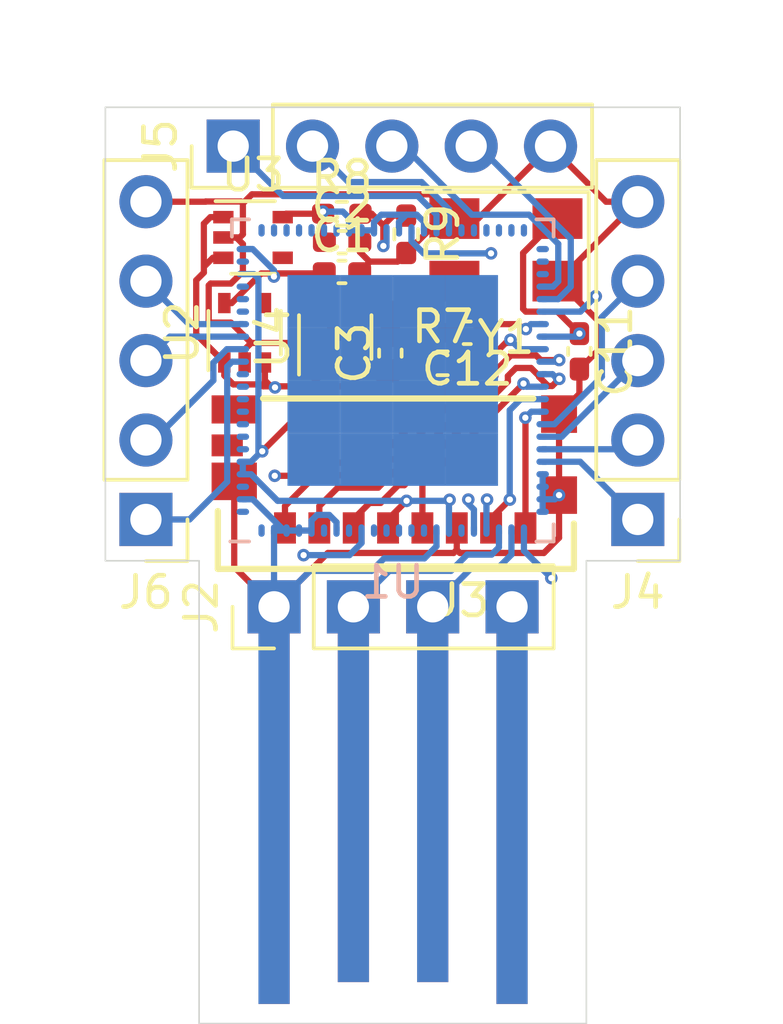
<source format=kicad_pcb>
(kicad_pcb (version 20171130) (host pcbnew "(5.1.9)-1")

  (general
    (thickness 1.6)
    (drawings 8)
    (tracks 364)
    (zones 0)
    (modules 18)
    (nets 30)
  )

  (page A4)
  (layers
    (0 F.Cu jumper)
    (1 In1.Cu signal)
    (2 In2.Cu signal)
    (31 B.Cu signal)
    (32 B.Adhes user)
    (33 F.Adhes user)
    (34 B.Paste user)
    (35 F.Paste user)
    (36 B.SilkS user)
    (37 F.SilkS user)
    (38 B.Mask user)
    (39 F.Mask user)
    (40 Dwgs.User user)
    (41 Cmts.User user)
    (42 Eco1.User user)
    (43 Eco2.User user)
    (44 Edge.Cuts user)
    (45 Margin user)
    (46 B.CrtYd user)
    (47 F.CrtYd user)
    (48 B.Fab user)
    (49 F.Fab user)
  )

  (setup
    (last_trace_width 0.2)
    (trace_clearance 0.2)
    (zone_clearance 0.508)
    (zone_45_only no)
    (trace_min 0.2)
    (via_size 0.4)
    (via_drill 0.2)
    (via_min_size 0.4)
    (via_min_drill 0.2)
    (uvia_size 0.3)
    (uvia_drill 0.1)
    (uvias_allowed no)
    (uvia_min_size 0.2)
    (uvia_min_drill 0.1)
    (edge_width 0.05)
    (segment_width 0.2)
    (pcb_text_width 0.3)
    (pcb_text_size 1.5 1.5)
    (mod_edge_width 0.12)
    (mod_text_size 1 1)
    (mod_text_width 0.15)
    (pad_size 1.524 1.524)
    (pad_drill 0.762)
    (pad_to_mask_clearance 0)
    (aux_axis_origin 0 0)
    (visible_elements 7FFFFFFF)
    (pcbplotparams
      (layerselection 0x010fc_ffffffff)
      (usegerberextensions false)
      (usegerberattributes true)
      (usegerberadvancedattributes true)
      (creategerberjobfile true)
      (excludeedgelayer true)
      (linewidth 0.100000)
      (plotframeref false)
      (viasonmask false)
      (mode 1)
      (useauxorigin false)
      (hpglpennumber 1)
      (hpglpenspeed 20)
      (hpglpendiameter 15.000000)
      (psnegative false)
      (psa4output false)
      (plotreference true)
      (plotvalue true)
      (plotinvisibletext false)
      (padsonsilk false)
      (subtractmaskfromsilk false)
      (outputformat 1)
      (mirror false)
      (drillshape 1)
      (scaleselection 1)
      (outputdirectory ""))
  )

  (net 0 "")
  (net 1 +1V1)
  (net 2 GND)
  (net 3 +2V5)
  (net 4 +3V3)
  (net 5 /CLKP)
  (net 6 /CLKN)
  (net 7 /RESET)
  (net 8 /USB_VBUS)
  (net 9 /SD0_D1)
  (net 10 /SD0_D0)
  (net 11 /SD0_CLK)
  (net 12 /SD0_CMD)
  (net 13 /SD0_D3)
  (net 14 /SD0_D2)
  (net 15 /SPI_MOSI)
  (net 16 /SPI_MISO)
  (net 17 /SPI_CS)
  (net 18 /SPI_CLK)
  (net 19 /RX)
  (net 20 /TX)
  (net 21 /SDA)
  (net 22 /SCL)
  (net 23 /PD7)
  (net 24 /PD8)
  (net 25 /PD9)
  (net 26 /PD10)
  (net 27 /SVREF)
  (net 28 /USB_P)
  (net 29 /USB_N)

  (net_class Default "This is the default net class."
    (clearance 0.2)
    (trace_width 0.2)
    (via_dia 0.4)
    (via_drill 0.2)
    (uvia_dia 0.3)
    (uvia_drill 0.1)
    (add_net +1V1)
    (add_net +2V5)
    (add_net +3V3)
    (add_net /CLKN)
    (add_net /CLKP)
    (add_net /PD10)
    (add_net /PD7)
    (add_net /PD8)
    (add_net /PD9)
    (add_net /RESET)
    (add_net /RX)
    (add_net /SCL)
    (add_net /SD0_CLK)
    (add_net /SD0_CMD)
    (add_net /SD0_D0)
    (add_net /SD0_D1)
    (add_net /SD0_D2)
    (add_net /SD0_D3)
    (add_net /SDA)
    (add_net /SPI_CLK)
    (add_net /SPI_CS)
    (add_net /SPI_MISO)
    (add_net /SPI_MOSI)
    (add_net /SVREF)
    (add_net /TX)
    (add_net /USB_N)
    (add_net /USB_P)
    (add_net /USB_VBUS)
    (add_net GND)
  )

  (module Package_TO_SOT_SMD:SOT-353_SC-70-5 (layer F.Cu) (tedit 5A02FF57) (tstamp 610C63C2)
    (at 104.35844 92.84716 90)
    (descr "SOT-353, SC-70-5")
    (tags "SOT-353 SC-70-5")
    (path /610BACBD)
    (attr smd)
    (fp_text reference U4 (at 0 -2 90) (layer F.SilkS)
      (effects (font (size 1 1) (thickness 0.15)))
    )
    (fp_text value TPS717xx (at 0 2 270) (layer F.Fab)
      (effects (font (size 1 1) (thickness 0.15)))
    )
    (fp_line (start 0.7 -1.16) (end -1.2 -1.16) (layer F.SilkS) (width 0.12))
    (fp_line (start -0.7 1.16) (end 0.7 1.16) (layer F.SilkS) (width 0.12))
    (fp_line (start 1.6 1.4) (end 1.6 -1.4) (layer F.CrtYd) (width 0.05))
    (fp_line (start -1.6 -1.4) (end -1.6 1.4) (layer F.CrtYd) (width 0.05))
    (fp_line (start -1.6 -1.4) (end 1.6 -1.4) (layer F.CrtYd) (width 0.05))
    (fp_line (start 0.675 -1.1) (end -0.175 -1.1) (layer F.Fab) (width 0.1))
    (fp_line (start -0.675 -0.6) (end -0.675 1.1) (layer F.Fab) (width 0.1))
    (fp_line (start -1.6 1.4) (end 1.6 1.4) (layer F.CrtYd) (width 0.05))
    (fp_line (start 0.675 -1.1) (end 0.675 1.1) (layer F.Fab) (width 0.1))
    (fp_line (start 0.675 1.1) (end -0.675 1.1) (layer F.Fab) (width 0.1))
    (fp_line (start -0.175 -1.1) (end -0.675 -0.6) (layer F.Fab) (width 0.1))
    (fp_text user %R (at 0 0) (layer F.Fab)
      (effects (font (size 0.5 0.5) (thickness 0.075)))
    )
    (pad 1 smd rect (at -0.95 -0.65 90) (size 0.65 0.4) (layers F.Cu F.Paste F.Mask)
      (net 8 /USB_VBUS))
    (pad 3 smd rect (at -0.95 0.65 90) (size 0.65 0.4) (layers F.Cu F.Paste F.Mask)
      (net 8 /USB_VBUS))
    (pad 2 smd rect (at -0.95 0 90) (size 0.65 0.4) (layers F.Cu F.Paste F.Mask)
      (net 2 GND))
    (pad 4 smd rect (at 0.95 0.65 90) (size 0.65 0.4) (layers F.Cu F.Paste F.Mask))
    (pad 5 smd rect (at 0.95 -0.65 90) (size 0.65 0.4) (layers F.Cu F.Paste F.Mask)
      (net 4 +3V3))
    (model ${KISYS3DMOD}/Package_TO_SOT_SMD.3dshapes/SOT-353_SC-70-5.wrl
      (at (xyz 0 0 0))
      (scale (xyz 1 1 1))
      (rotate (xyz 0 0 0))
    )
  )

  (module Capacitor_SMD:C_0402_1005Metric_Pad0.74x0.62mm_HandSolder (layer F.Cu) (tedit 5F6BB22C) (tstamp 610C6206)
    (at 104.57434 90.76436)
    (descr "Capacitor SMD 0402 (1005 Metric), square (rectangular) end terminal, IPC_7351 nominal with elongated pad for handsoldering. (Body size source: IPC-SM-782 page 76, https://www.pcb-3d.com/wordpress/wp-content/uploads/ipc-sm-782a_amendment_1_and_2.pdf), generated with kicad-footprint-generator")
    (tags "capacitor handsolder")
    (path /610BB6EF)
    (attr smd)
    (fp_text reference C1 (at 0 -1.16) (layer F.SilkS)
      (effects (font (size 1 1) (thickness 0.15)))
    )
    (fp_text value 1u (at 0 1.16) (layer F.Fab)
      (effects (font (size 1 1) (thickness 0.15)))
    )
    (fp_line (start -0.5 0.25) (end -0.5 -0.25) (layer F.Fab) (width 0.1))
    (fp_line (start -0.5 -0.25) (end 0.5 -0.25) (layer F.Fab) (width 0.1))
    (fp_line (start 0.5 -0.25) (end 0.5 0.25) (layer F.Fab) (width 0.1))
    (fp_line (start 0.5 0.25) (end -0.5 0.25) (layer F.Fab) (width 0.1))
    (fp_line (start -0.115835 -0.36) (end 0.115835 -0.36) (layer F.SilkS) (width 0.12))
    (fp_line (start -0.115835 0.36) (end 0.115835 0.36) (layer F.SilkS) (width 0.12))
    (fp_line (start -1.08 0.46) (end -1.08 -0.46) (layer F.CrtYd) (width 0.05))
    (fp_line (start -1.08 -0.46) (end 1.08 -0.46) (layer F.CrtYd) (width 0.05))
    (fp_line (start 1.08 -0.46) (end 1.08 0.46) (layer F.CrtYd) (width 0.05))
    (fp_line (start 1.08 0.46) (end -1.08 0.46) (layer F.CrtYd) (width 0.05))
    (fp_text user %R (at 0 0) (layer F.Fab)
      (effects (font (size 0.25 0.25) (thickness 0.04)))
    )
    (pad 1 smd roundrect (at -0.5675 0) (size 0.735 0.62) (layers F.Cu F.Paste F.Mask) (roundrect_rratio 0.25)
      (net 1 +1V1))
    (pad 2 smd roundrect (at 0.5675 0) (size 0.735 0.62) (layers F.Cu F.Paste F.Mask) (roundrect_rratio 0.25)
      (net 2 GND))
    (model ${KISYS3DMOD}/Capacitor_SMD.3dshapes/C_0402_1005Metric.wrl
      (at (xyz 0 0 0))
      (scale (xyz 1 1 1))
      (rotate (xyz 0 0 0))
    )
  )

  (module Capacitor_SMD:C_0402_1005Metric_Pad0.74x0.62mm_HandSolder (layer F.Cu) (tedit 5F6BB22C) (tstamp 610C6F02)
    (at 104.57942 89.8144)
    (descr "Capacitor SMD 0402 (1005 Metric), square (rectangular) end terminal, IPC_7351 nominal with elongated pad for handsoldering. (Body size source: IPC-SM-782 page 76, https://www.pcb-3d.com/wordpress/wp-content/uploads/ipc-sm-782a_amendment_1_and_2.pdf), generated with kicad-footprint-generator")
    (tags "capacitor handsolder")
    (path /610BF946)
    (attr smd)
    (fp_text reference C2 (at 0 -1.16) (layer F.SilkS)
      (effects (font (size 1 1) (thickness 0.15)))
    )
    (fp_text value 1u (at 0 1.16) (layer F.Fab)
      (effects (font (size 1 1) (thickness 0.15)))
    )
    (fp_line (start -0.5 0.25) (end -0.5 -0.25) (layer F.Fab) (width 0.1))
    (fp_line (start -0.5 -0.25) (end 0.5 -0.25) (layer F.Fab) (width 0.1))
    (fp_line (start 0.5 -0.25) (end 0.5 0.25) (layer F.Fab) (width 0.1))
    (fp_line (start 0.5 0.25) (end -0.5 0.25) (layer F.Fab) (width 0.1))
    (fp_line (start -0.115835 -0.36) (end 0.115835 -0.36) (layer F.SilkS) (width 0.12))
    (fp_line (start -0.115835 0.36) (end 0.115835 0.36) (layer F.SilkS) (width 0.12))
    (fp_line (start -1.08 0.46) (end -1.08 -0.46) (layer F.CrtYd) (width 0.05))
    (fp_line (start -1.08 -0.46) (end 1.08 -0.46) (layer F.CrtYd) (width 0.05))
    (fp_line (start 1.08 -0.46) (end 1.08 0.46) (layer F.CrtYd) (width 0.05))
    (fp_line (start 1.08 0.46) (end -1.08 0.46) (layer F.CrtYd) (width 0.05))
    (fp_text user %R (at 0 0) (layer F.Fab)
      (effects (font (size 0.25 0.25) (thickness 0.04)))
    )
    (pad 1 smd roundrect (at -0.5675 0) (size 0.735 0.62) (layers F.Cu F.Paste F.Mask) (roundrect_rratio 0.25)
      (net 3 +2V5))
    (pad 2 smd roundrect (at 0.5675 0) (size 0.735 0.62) (layers F.Cu F.Paste F.Mask) (roundrect_rratio 0.25)
      (net 2 GND))
    (model ${KISYS3DMOD}/Capacitor_SMD.3dshapes/C_0402_1005Metric.wrl
      (at (xyz 0 0 0))
      (scale (xyz 1 1 1))
      (rotate (xyz 0 0 0))
    )
  )

  (module Capacitor_SMD:C_0402_1005Metric_Pad0.74x0.62mm_HandSolder (layer F.Cu) (tedit 5F6BB22C) (tstamp 610C6228)
    (at 106.12374 93.36024 90)
    (descr "Capacitor SMD 0402 (1005 Metric), square (rectangular) end terminal, IPC_7351 nominal with elongated pad for handsoldering. (Body size source: IPC-SM-782 page 76, https://www.pcb-3d.com/wordpress/wp-content/uploads/ipc-sm-782a_amendment_1_and_2.pdf), generated with kicad-footprint-generator")
    (tags "capacitor handsolder")
    (path /610BEE75)
    (attr smd)
    (fp_text reference C3 (at 0 -1.16 90) (layer F.SilkS)
      (effects (font (size 1 1) (thickness 0.15)))
    )
    (fp_text value 1u (at 0 1.16 90) (layer F.Fab)
      (effects (font (size 1 1) (thickness 0.15)))
    )
    (fp_line (start 1.08 0.46) (end -1.08 0.46) (layer F.CrtYd) (width 0.05))
    (fp_line (start 1.08 -0.46) (end 1.08 0.46) (layer F.CrtYd) (width 0.05))
    (fp_line (start -1.08 -0.46) (end 1.08 -0.46) (layer F.CrtYd) (width 0.05))
    (fp_line (start -1.08 0.46) (end -1.08 -0.46) (layer F.CrtYd) (width 0.05))
    (fp_line (start -0.115835 0.36) (end 0.115835 0.36) (layer F.SilkS) (width 0.12))
    (fp_line (start -0.115835 -0.36) (end 0.115835 -0.36) (layer F.SilkS) (width 0.12))
    (fp_line (start 0.5 0.25) (end -0.5 0.25) (layer F.Fab) (width 0.1))
    (fp_line (start 0.5 -0.25) (end 0.5 0.25) (layer F.Fab) (width 0.1))
    (fp_line (start -0.5 -0.25) (end 0.5 -0.25) (layer F.Fab) (width 0.1))
    (fp_line (start -0.5 0.25) (end -0.5 -0.25) (layer F.Fab) (width 0.1))
    (fp_text user %R (at 0 0 90) (layer F.Fab)
      (effects (font (size 0.25 0.25) (thickness 0.04)))
    )
    (pad 2 smd roundrect (at 0.5675 0 90) (size 0.735 0.62) (layers F.Cu F.Paste F.Mask) (roundrect_rratio 0.25)
      (net 2 GND))
    (pad 1 smd roundrect (at -0.5675 0 90) (size 0.735 0.62) (layers F.Cu F.Paste F.Mask) (roundrect_rratio 0.25)
      (net 4 +3V3))
    (model ${KISYS3DMOD}/Capacitor_SMD.3dshapes/C_0402_1005Metric.wrl
      (at (xyz 0 0 0))
      (scale (xyz 1 1 1))
      (rotate (xyz 0 0 0))
    )
  )

  (module Capacitor_SMD:C_0402_1005Metric_Pad0.74x0.62mm_HandSolder (layer F.Cu) (tedit 5F6BB22C) (tstamp 610C6239)
    (at 112.17656 93.30436 270)
    (descr "Capacitor SMD 0402 (1005 Metric), square (rectangular) end terminal, IPC_7351 nominal with elongated pad for handsoldering. (Body size source: IPC-SM-782 page 76, https://www.pcb-3d.com/wordpress/wp-content/uploads/ipc-sm-782a_amendment_1_and_2.pdf), generated with kicad-footprint-generator")
    (tags "capacitor handsolder")
    (path /60F332D6)
    (attr smd)
    (fp_text reference C11 (at 0 -1.16 90) (layer F.SilkS)
      (effects (font (size 1 1) (thickness 0.15)))
    )
    (fp_text value 30p (at 0 1.16 90) (layer F.Fab)
      (effects (font (size 1 1) (thickness 0.15)))
    )
    (fp_line (start -0.5 0.25) (end -0.5 -0.25) (layer F.Fab) (width 0.1))
    (fp_line (start -0.5 -0.25) (end 0.5 -0.25) (layer F.Fab) (width 0.1))
    (fp_line (start 0.5 -0.25) (end 0.5 0.25) (layer F.Fab) (width 0.1))
    (fp_line (start 0.5 0.25) (end -0.5 0.25) (layer F.Fab) (width 0.1))
    (fp_line (start -0.115835 -0.36) (end 0.115835 -0.36) (layer F.SilkS) (width 0.12))
    (fp_line (start -0.115835 0.36) (end 0.115835 0.36) (layer F.SilkS) (width 0.12))
    (fp_line (start -1.08 0.46) (end -1.08 -0.46) (layer F.CrtYd) (width 0.05))
    (fp_line (start -1.08 -0.46) (end 1.08 -0.46) (layer F.CrtYd) (width 0.05))
    (fp_line (start 1.08 -0.46) (end 1.08 0.46) (layer F.CrtYd) (width 0.05))
    (fp_line (start 1.08 0.46) (end -1.08 0.46) (layer F.CrtYd) (width 0.05))
    (fp_text user %R (at 0 0 90) (layer F.Fab)
      (effects (font (size 0.25 0.25) (thickness 0.04)))
    )
    (pad 1 smd roundrect (at -0.5675 0 270) (size 0.735 0.62) (layers F.Cu F.Paste F.Mask) (roundrect_rratio 0.25)
      (net 5 /CLKP))
    (pad 2 smd roundrect (at 0.5675 0 270) (size 0.735 0.62) (layers F.Cu F.Paste F.Mask) (roundrect_rratio 0.25)
      (net 2 GND))
    (model ${KISYS3DMOD}/Capacitor_SMD.3dshapes/C_0402_1005Metric.wrl
      (at (xyz 0 0 0))
      (scale (xyz 1 1 1))
      (rotate (xyz 0 0 0))
    )
  )

  (module Capacitor_SMD:C_0402_1005Metric_Pad0.74x0.62mm_HandSolder (layer F.Cu) (tedit 5F6BB22C) (tstamp 610C624A)
    (at 108.585 92.71 180)
    (descr "Capacitor SMD 0402 (1005 Metric), square (rectangular) end terminal, IPC_7351 nominal with elongated pad for handsoldering. (Body size source: IPC-SM-782 page 76, https://www.pcb-3d.com/wordpress/wp-content/uploads/ipc-sm-782a_amendment_1_and_2.pdf), generated with kicad-footprint-generator")
    (tags "capacitor handsolder")
    (path /60F3486A)
    (attr smd)
    (fp_text reference C12 (at 0 -1.16) (layer F.SilkS)
      (effects (font (size 1 1) (thickness 0.15)))
    )
    (fp_text value 30p (at 0 1.16) (layer F.Fab)
      (effects (font (size 1 1) (thickness 0.15)))
    )
    (fp_line (start -0.5 0.25) (end -0.5 -0.25) (layer F.Fab) (width 0.1))
    (fp_line (start -0.5 -0.25) (end 0.5 -0.25) (layer F.Fab) (width 0.1))
    (fp_line (start 0.5 -0.25) (end 0.5 0.25) (layer F.Fab) (width 0.1))
    (fp_line (start 0.5 0.25) (end -0.5 0.25) (layer F.Fab) (width 0.1))
    (fp_line (start -0.115835 -0.36) (end 0.115835 -0.36) (layer F.SilkS) (width 0.12))
    (fp_line (start -0.115835 0.36) (end 0.115835 0.36) (layer F.SilkS) (width 0.12))
    (fp_line (start -1.08 0.46) (end -1.08 -0.46) (layer F.CrtYd) (width 0.05))
    (fp_line (start -1.08 -0.46) (end 1.08 -0.46) (layer F.CrtYd) (width 0.05))
    (fp_line (start 1.08 -0.46) (end 1.08 0.46) (layer F.CrtYd) (width 0.05))
    (fp_line (start 1.08 0.46) (end -1.08 0.46) (layer F.CrtYd) (width 0.05))
    (fp_text user %R (at 0 0) (layer F.Fab)
      (effects (font (size 0.25 0.25) (thickness 0.04)))
    )
    (pad 1 smd roundrect (at -0.5675 0 180) (size 0.735 0.62) (layers F.Cu F.Paste F.Mask) (roundrect_rratio 0.25)
      (net 6 /CLKN))
    (pad 2 smd roundrect (at 0.5675 0 180) (size 0.735 0.62) (layers F.Cu F.Paste F.Mask) (roundrect_rratio 0.25)
      (net 2 GND))
    (model ${KISYS3DMOD}/Capacitor_SMD.3dshapes/C_0402_1005Metric.wrl
      (at (xyz 0 0 0))
      (scale (xyz 1 1 1))
      (rotate (xyz 0 0 0))
    )
  )

  (module PumpkinPi:USB_PCB locked (layer F.Cu) (tedit 610BE1CA) (tstamp 610C6270)
    (at 102.4 101.473 90)
    (descr "Through hole straight pin header, 1x04, 2.54mm pitch, single row")
    (tags "Through hole pin header THT 1x04 2.54mm single row")
    (path /60F127A8)
    (fp_text reference J2 (at 0 -2.33 90) (layer F.SilkS)
      (effects (font (size 1 1) (thickness 0.15)))
    )
    (fp_text value Conn_01x04 (at 0 9.95 90) (layer F.Fab)
      (effects (font (size 1 1) (thickness 0.15)))
    )
    (fp_line (start -0.635 -1.27) (end 1.27 -1.27) (layer F.Fab) (width 0.1))
    (fp_line (start 1.27 -1.27) (end 1.27 8.89) (layer F.Fab) (width 0.1))
    (fp_line (start 1.27 8.89) (end -1.27 8.89) (layer F.Fab) (width 0.1))
    (fp_line (start -1.27 8.89) (end -1.27 -0.635) (layer F.Fab) (width 0.1))
    (fp_line (start -1.27 -0.635) (end -0.635 -1.27) (layer F.Fab) (width 0.1))
    (fp_line (start -1.33 8.95) (end 1.33 8.95) (layer F.SilkS) (width 0.12))
    (fp_line (start -1.33 1.27) (end -1.33 8.95) (layer F.SilkS) (width 0.12))
    (fp_line (start 1.33 1.27) (end 1.33 8.95) (layer F.SilkS) (width 0.12))
    (fp_line (start -1.33 1.27) (end 1.33 1.27) (layer F.SilkS) (width 0.12))
    (fp_line (start -1.33 0) (end -1.33 -1.33) (layer F.SilkS) (width 0.12))
    (fp_line (start -1.33 -1.33) (end 0 -1.33) (layer F.SilkS) (width 0.12))
    (fp_line (start -1.8 -1.8) (end -1.8 9.4) (layer F.CrtYd) (width 0.05))
    (fp_line (start -1.8 9.4) (end 1.8 9.4) (layer F.CrtYd) (width 0.05))
    (fp_line (start 1.8 9.4) (end 1.8 -1.8) (layer F.CrtYd) (width 0.05))
    (fp_line (start 1.8 -1.8) (end -1.8 -1.8) (layer F.CrtYd) (width 0.05))
    (fp_text user %R (at 0 3.81) (layer F.Fab)
      (effects (font (size 1 1) (thickness 0.15)))
    )
    (pad 1 thru_hole custom (at 0 0 90) (size 1.7 1.7) (drill 1) (layers *.Cu F.Mask)
      (net 2 GND) (zone_connect 0)
      (options (clearance outline) (anchor rect))
      (primitives
        (gr_poly (pts
           (xy 0 -0.5) (xy -12.7 -0.5) (xy -12.7 0.5) (xy 0 0.5)) (width 0))
      ))
    (pad 2 thru_hole custom (at 0 2.54 90) (size 1.7 1.7) (drill 1) (layers *.Cu F.Mask)
      (net 28 /USB_P) (zone_connect 0)
      (options (clearance outline) (anchor rect))
      (primitives
        (gr_poly (pts
           (xy 0 -0.5) (xy -12 -0.5) (xy -12 0.5) (xy 0 0.5)) (width 0))
      ))
    (pad 3 thru_hole custom (at 0 5.08 90) (size 1.7 1.7) (drill 1) (layers *.Cu F.Mask)
      (net 29 /USB_N) (zone_connect 0)
      (options (clearance outline) (anchor rect))
      (primitives
        (gr_poly (pts
           (xy 0 -0.5) (xy -12 -0.5) (xy -12 0.5) (xy 0 0.5)) (width 0))
      ))
    (pad 4 thru_hole custom (at 0 7.62 90) (size 1.7 1.7) (drill 1) (layers *.Cu F.Mask)
      (net 8 /USB_VBUS) (zone_connect 0)
      (options (clearance outline) (anchor rect))
      (primitives
        (gr_poly (pts
           (xy 0 -0.5) (xy -12.7 -0.5) (xy -12.7 0.5) (xy 0 0.5)) (width 0))
      ))
    (model ${KISYS3DMOD}/Connector_PinHeader_2.54mm.3dshapes/PinHeader_1x04_P2.54mm_Vertical.wrl
      (at (xyz 0 0 0))
      (scale (xyz 1 1 1))
      (rotate (xyz 0 0 0))
    )
  )

  (module MOLEX_0475710001 locked (layer F.Cu) (tedit 61001977) (tstamp 610C6289)
    (at 106.3 97.536 180)
    (path /610042F7)
    (fp_text reference J3 (at -2.127575 -3.739505) (layer F.SilkS)
      (effects (font (size 1.001205 1.001205) (thickness 0.15)))
    )
    (fp_text value 0475710001 (at 4.56555 3.66943) (layer F.Fab)
      (effects (font (size 1.001213 1.001213) (thickness 0.15)))
    )
    (fp_line (start -5.7 -1.275) (end -5.7 -2.725) (layer F.SilkS) (width 0.2))
    (fp_line (start -5.7 -2.725) (end 5.7 -2.725) (layer F.SilkS) (width 0.2))
    (fp_line (start 5.7 -2.725) (end 5.7 -0.875) (layer F.SilkS) (width 0.2))
    (fp_line (start -4.4 2.725) (end 4.25 2.725) (layer F.SilkS) (width 0.2))
    (fp_line (start -5.95 -2.95) (end 6.15 -2.95) (layer F.CrtYd) (width 0.05))
    (fp_line (start 6.15 -2.95) (end 6.15 3.05) (layer F.CrtYd) (width 0.05))
    (fp_line (start 6.15 3.05) (end -5.95 3.05) (layer F.CrtYd) (width 0.05))
    (fp_line (start -5.95 3.05) (end -5.95 -2.95) (layer F.CrtYd) (width 0.05))
    (pad 10 smd rect (at -5.225 2.225 180) (size 1.15 1.2) (layers F.Cu F.Paste F.Mask)
      (net 2 GND))
    (pad 9 smd rect (at -5.225 -0.365 180) (size 1.15 1.2) (layers F.Cu F.Paste F.Mask)
      (net 2 GND))
    (pad 11 smd rect (at 5.2 2.375 180) (size 1.4 0.9) (layers F.Cu F.Paste F.Mask))
    (pad 12 smd rect (at 5.4 1.225 180) (size 1 0.7) (layers F.Cu F.Paste F.Mask))
    (pad 13 smd rect (at 5.175 0.075 180) (size 1.45 1.2) (layers F.Cu F.Paste F.Mask)
      (net 2 GND))
    (pad 8 smd rect (at -4.15 -1.415 180) (size 0.7 1) (layers F.Cu F.Paste F.Mask)
      (net 9 /SD0_D1))
    (pad 7 smd rect (at -3.05 -1.415 180) (size 0.7 1) (layers F.Cu F.Paste F.Mask)
      (net 10 /SD0_D0))
    (pad 6 smd rect (at -1.95 -1.415 180) (size 0.7 1) (layers F.Cu F.Paste F.Mask)
      (net 2 GND))
    (pad 5 smd rect (at -0.85 -1.415 180) (size 0.7 1) (layers F.Cu F.Paste F.Mask)
      (net 11 /SD0_CLK))
    (pad 4 smd rect (at 0.25 -1.415 180) (size 0.7 1) (layers F.Cu F.Paste F.Mask)
      (net 4 +3V3))
    (pad 3 smd rect (at 1.35 -1.415 180) (size 0.7 1) (layers F.Cu F.Paste F.Mask)
      (net 12 /SD0_CMD))
    (pad 2 smd rect (at 2.45 -1.415 180) (size 0.7 1) (layers F.Cu F.Paste F.Mask)
      (net 13 /SD0_D3))
    (pad 1 smd rect (at 3.55 -1.415 180) (size 0.7 1) (layers F.Cu F.Paste F.Mask)
      (net 14 /SD0_D2))
  )

  (module Connector_PinHeader_2.54mm:PinHeader_1x05_P2.54mm_Vertical (layer F.Cu) (tedit 59FED5CC) (tstamp 610C62A2)
    (at 114.046 98.679 180)
    (descr "Through hole straight pin header, 1x05, 2.54mm pitch, single row")
    (tags "Through hole pin header THT 1x05 2.54mm single row")
    (path /610C6621)
    (fp_text reference J4 (at 0 -2.33) (layer F.SilkS)
      (effects (font (size 1 1) (thickness 0.15)))
    )
    (fp_text value Conn_01x05 (at 0 12.49) (layer F.Fab)
      (effects (font (size 1 1) (thickness 0.15)))
    )
    (fp_line (start -0.635 -1.27) (end 1.27 -1.27) (layer F.Fab) (width 0.1))
    (fp_line (start 1.27 -1.27) (end 1.27 11.43) (layer F.Fab) (width 0.1))
    (fp_line (start 1.27 11.43) (end -1.27 11.43) (layer F.Fab) (width 0.1))
    (fp_line (start -1.27 11.43) (end -1.27 -0.635) (layer F.Fab) (width 0.1))
    (fp_line (start -1.27 -0.635) (end -0.635 -1.27) (layer F.Fab) (width 0.1))
    (fp_line (start -1.33 11.49) (end 1.33 11.49) (layer F.SilkS) (width 0.12))
    (fp_line (start -1.33 1.27) (end -1.33 11.49) (layer F.SilkS) (width 0.12))
    (fp_line (start 1.33 1.27) (end 1.33 11.49) (layer F.SilkS) (width 0.12))
    (fp_line (start -1.33 1.27) (end 1.33 1.27) (layer F.SilkS) (width 0.12))
    (fp_line (start -1.33 0) (end -1.33 -1.33) (layer F.SilkS) (width 0.12))
    (fp_line (start -1.33 -1.33) (end 0 -1.33) (layer F.SilkS) (width 0.12))
    (fp_line (start -1.8 -1.8) (end -1.8 11.95) (layer F.CrtYd) (width 0.05))
    (fp_line (start -1.8 11.95) (end 1.8 11.95) (layer F.CrtYd) (width 0.05))
    (fp_line (start 1.8 11.95) (end 1.8 -1.8) (layer F.CrtYd) (width 0.05))
    (fp_line (start 1.8 -1.8) (end -1.8 -1.8) (layer F.CrtYd) (width 0.05))
    (fp_text user %R (at 0 5.08 90) (layer F.Fab)
      (effects (font (size 1 1) (thickness 0.15)))
    )
    (pad 1 thru_hole rect (at 0 0 180) (size 1.7 1.7) (drill 1) (layers *.Cu *.Mask)
      (net 15 /SPI_MOSI))
    (pad 2 thru_hole oval (at 0 2.54 180) (size 1.7 1.7) (drill 1) (layers *.Cu *.Mask)
      (net 16 /SPI_MISO))
    (pad 3 thru_hole oval (at 0 5.08 180) (size 1.7 1.7) (drill 1) (layers *.Cu *.Mask)
      (net 17 /SPI_CS))
    (pad 4 thru_hole oval (at 0 7.62 180) (size 1.7 1.7) (drill 1) (layers *.Cu *.Mask)
      (net 18 /SPI_CLK))
    (pad 5 thru_hole oval (at 0 10.16 180) (size 1.7 1.7) (drill 1) (layers *.Cu *.Mask)
      (net 2 GND))
    (model ${KISYS3DMOD}/Connector_PinHeader_2.54mm.3dshapes/PinHeader_1x05_P2.54mm_Vertical.wrl
      (at (xyz 0 0 0))
      (scale (xyz 1 1 1))
      (rotate (xyz 0 0 0))
    )
  )

  (module Connector_PinHeader_2.54mm:PinHeader_1x05_P2.54mm_Vertical (layer F.Cu) (tedit 59FED5CC) (tstamp 610C62BB)
    (at 101.092 86.741 90)
    (descr "Through hole straight pin header, 1x05, 2.54mm pitch, single row")
    (tags "Through hole pin header THT 1x05 2.54mm single row")
    (path /610C6F97)
    (fp_text reference J5 (at 0 -2.33 90) (layer F.SilkS)
      (effects (font (size 1 1) (thickness 0.15)))
    )
    (fp_text value Conn_01x05 (at 0 12.49 90) (layer F.Fab)
      (effects (font (size 1 1) (thickness 0.15)))
    )
    (fp_line (start 1.8 -1.8) (end -1.8 -1.8) (layer F.CrtYd) (width 0.05))
    (fp_line (start 1.8 11.95) (end 1.8 -1.8) (layer F.CrtYd) (width 0.05))
    (fp_line (start -1.8 11.95) (end 1.8 11.95) (layer F.CrtYd) (width 0.05))
    (fp_line (start -1.8 -1.8) (end -1.8 11.95) (layer F.CrtYd) (width 0.05))
    (fp_line (start -1.33 -1.33) (end 0 -1.33) (layer F.SilkS) (width 0.12))
    (fp_line (start -1.33 0) (end -1.33 -1.33) (layer F.SilkS) (width 0.12))
    (fp_line (start -1.33 1.27) (end 1.33 1.27) (layer F.SilkS) (width 0.12))
    (fp_line (start 1.33 1.27) (end 1.33 11.49) (layer F.SilkS) (width 0.12))
    (fp_line (start -1.33 1.27) (end -1.33 11.49) (layer F.SilkS) (width 0.12))
    (fp_line (start -1.33 11.49) (end 1.33 11.49) (layer F.SilkS) (width 0.12))
    (fp_line (start -1.27 -0.635) (end -0.635 -1.27) (layer F.Fab) (width 0.1))
    (fp_line (start -1.27 11.43) (end -1.27 -0.635) (layer F.Fab) (width 0.1))
    (fp_line (start 1.27 11.43) (end -1.27 11.43) (layer F.Fab) (width 0.1))
    (fp_line (start 1.27 -1.27) (end 1.27 11.43) (layer F.Fab) (width 0.1))
    (fp_line (start -0.635 -1.27) (end 1.27 -1.27) (layer F.Fab) (width 0.1))
    (fp_text user %R (at 0 5.08) (layer F.Fab)
      (effects (font (size 1 1) (thickness 0.15)))
    )
    (pad 5 thru_hole oval (at 0 10.16 90) (size 1.7 1.7) (drill 1) (layers *.Cu *.Mask)
      (net 2 GND))
    (pad 4 thru_hole oval (at 0 7.62 90) (size 1.7 1.7) (drill 1) (layers *.Cu *.Mask)
      (net 19 /RX))
    (pad 3 thru_hole oval (at 0 5.08 90) (size 1.7 1.7) (drill 1) (layers *.Cu *.Mask)
      (net 20 /TX))
    (pad 2 thru_hole oval (at 0 2.54 90) (size 1.7 1.7) (drill 1) (layers *.Cu *.Mask)
      (net 22 /SCL))
    (pad 1 thru_hole rect (at 0 0 90) (size 1.7 1.7) (drill 1) (layers *.Cu *.Mask)
      (net 21 /SDA))
    (model ${KISYS3DMOD}/Connector_PinHeader_2.54mm.3dshapes/PinHeader_1x05_P2.54mm_Vertical.wrl
      (at (xyz 0 0 0))
      (scale (xyz 1 1 1))
      (rotate (xyz 0 0 0))
    )
  )

  (module Connector_PinHeader_2.54mm:PinHeader_1x05_P2.54mm_Vertical (layer F.Cu) (tedit 59FED5CC) (tstamp 610C62D4)
    (at 98.298 98.679 180)
    (descr "Through hole straight pin header, 1x05, 2.54mm pitch, single row")
    (tags "Through hole pin header THT 1x05 2.54mm single row")
    (path /610C7B74)
    (fp_text reference J6 (at 0 -2.33) (layer F.SilkS)
      (effects (font (size 1 1) (thickness 0.15)))
    )
    (fp_text value Conn_01x05 (at 0 12.49) (layer F.Fab)
      (effects (font (size 1 1) (thickness 0.15)))
    )
    (fp_line (start -0.635 -1.27) (end 1.27 -1.27) (layer F.Fab) (width 0.1))
    (fp_line (start 1.27 -1.27) (end 1.27 11.43) (layer F.Fab) (width 0.1))
    (fp_line (start 1.27 11.43) (end -1.27 11.43) (layer F.Fab) (width 0.1))
    (fp_line (start -1.27 11.43) (end -1.27 -0.635) (layer F.Fab) (width 0.1))
    (fp_line (start -1.27 -0.635) (end -0.635 -1.27) (layer F.Fab) (width 0.1))
    (fp_line (start -1.33 11.49) (end 1.33 11.49) (layer F.SilkS) (width 0.12))
    (fp_line (start -1.33 1.27) (end -1.33 11.49) (layer F.SilkS) (width 0.12))
    (fp_line (start 1.33 1.27) (end 1.33 11.49) (layer F.SilkS) (width 0.12))
    (fp_line (start -1.33 1.27) (end 1.33 1.27) (layer F.SilkS) (width 0.12))
    (fp_line (start -1.33 0) (end -1.33 -1.33) (layer F.SilkS) (width 0.12))
    (fp_line (start -1.33 -1.33) (end 0 -1.33) (layer F.SilkS) (width 0.12))
    (fp_line (start -1.8 -1.8) (end -1.8 11.95) (layer F.CrtYd) (width 0.05))
    (fp_line (start -1.8 11.95) (end 1.8 11.95) (layer F.CrtYd) (width 0.05))
    (fp_line (start 1.8 11.95) (end 1.8 -1.8) (layer F.CrtYd) (width 0.05))
    (fp_line (start 1.8 -1.8) (end -1.8 -1.8) (layer F.CrtYd) (width 0.05))
    (fp_text user %R (at 0 5.08 90) (layer F.Fab)
      (effects (font (size 1 1) (thickness 0.15)))
    )
    (pad 1 thru_hole rect (at 0 0 180) (size 1.7 1.7) (drill 1) (layers *.Cu *.Mask)
      (net 23 /PD7))
    (pad 2 thru_hole oval (at 0 2.54 180) (size 1.7 1.7) (drill 1) (layers *.Cu *.Mask)
      (net 24 /PD8))
    (pad 3 thru_hole oval (at 0 5.08 180) (size 1.7 1.7) (drill 1) (layers *.Cu *.Mask)
      (net 25 /PD9))
    (pad 4 thru_hole oval (at 0 7.62 180) (size 1.7 1.7) (drill 1) (layers *.Cu *.Mask)
      (net 26 /PD10))
    (pad 5 thru_hole oval (at 0 10.16 180) (size 1.7 1.7) (drill 1) (layers *.Cu *.Mask)
      (net 2 GND))
    (model ${KISYS3DMOD}/Connector_PinHeader_2.54mm.3dshapes/PinHeader_1x05_P2.54mm_Vertical.wrl
      (at (xyz 0 0 0))
      (scale (xyz 1 1 1))
      (rotate (xyz 0 0 0))
    )
  )

  (module Resistor_SMD:R_0402_1005Metric_Pad0.72x0.64mm_HandSolder (layer F.Cu) (tedit 5F6BB9E0) (tstamp 610C62E5)
    (at 107.79506 93.68536)
    (descr "Resistor SMD 0402 (1005 Metric), square (rectangular) end terminal, IPC_7351 nominal with elongated pad for handsoldering. (Body size source: IPC-SM-782 page 72, https://www.pcb-3d.com/wordpress/wp-content/uploads/ipc-sm-782a_amendment_1_and_2.pdf), generated with kicad-footprint-generator")
    (tags "resistor handsolder")
    (path /60F4694E)
    (attr smd)
    (fp_text reference R7 (at 0 -1.17) (layer F.SilkS)
      (effects (font (size 1 1) (thickness 0.15)))
    )
    (fp_text value 51k (at 0 1.17) (layer F.Fab)
      (effects (font (size 1 1) (thickness 0.15)))
    )
    (fp_line (start -0.525 0.27) (end -0.525 -0.27) (layer F.Fab) (width 0.1))
    (fp_line (start -0.525 -0.27) (end 0.525 -0.27) (layer F.Fab) (width 0.1))
    (fp_line (start 0.525 -0.27) (end 0.525 0.27) (layer F.Fab) (width 0.1))
    (fp_line (start 0.525 0.27) (end -0.525 0.27) (layer F.Fab) (width 0.1))
    (fp_line (start -0.167621 -0.38) (end 0.167621 -0.38) (layer F.SilkS) (width 0.12))
    (fp_line (start -0.167621 0.38) (end 0.167621 0.38) (layer F.SilkS) (width 0.12))
    (fp_line (start -1.1 0.47) (end -1.1 -0.47) (layer F.CrtYd) (width 0.05))
    (fp_line (start -1.1 -0.47) (end 1.1 -0.47) (layer F.CrtYd) (width 0.05))
    (fp_line (start 1.1 -0.47) (end 1.1 0.47) (layer F.CrtYd) (width 0.05))
    (fp_line (start 1.1 0.47) (end -1.1 0.47) (layer F.CrtYd) (width 0.05))
    (fp_text user %R (at 0 0) (layer F.Fab)
      (effects (font (size 0.26 0.26) (thickness 0.04)))
    )
    (pad 1 smd roundrect (at -0.5975 0) (size 0.715 0.64) (layers F.Cu F.Paste F.Mask) (roundrect_rratio 0.25)
      (net 4 +3V3))
    (pad 2 smd roundrect (at 0.5975 0) (size 0.715 0.64) (layers F.Cu F.Paste F.Mask) (roundrect_rratio 0.25)
      (net 7 /RESET))
    (model ${KISYS3DMOD}/Resistor_SMD.3dshapes/R_0402_1005Metric.wrl
      (at (xyz 0 0 0))
      (scale (xyz 1 1 1))
      (rotate (xyz 0 0 0))
    )
  )

  (module Resistor_SMD:R_0402_1005Metric_Pad0.72x0.64mm_HandSolder (layer F.Cu) (tedit 5F6BB9E0) (tstamp 610C62F6)
    (at 104.56926 88.90254)
    (descr "Resistor SMD 0402 (1005 Metric), square (rectangular) end terminal, IPC_7351 nominal with elongated pad for handsoldering. (Body size source: IPC-SM-782 page 72, https://www.pcb-3d.com/wordpress/wp-content/uploads/ipc-sm-782a_amendment_1_and_2.pdf), generated with kicad-footprint-generator")
    (tags "resistor handsolder")
    (path /60F5705F)
    (attr smd)
    (fp_text reference R8 (at 0 -1.17) (layer F.SilkS)
      (effects (font (size 1 1) (thickness 0.15)))
    )
    (fp_text value 2k2 (at 0 1.17) (layer F.Fab)
      (effects (font (size 1 1) (thickness 0.15)))
    )
    (fp_line (start 1.1 0.47) (end -1.1 0.47) (layer F.CrtYd) (width 0.05))
    (fp_line (start 1.1 -0.47) (end 1.1 0.47) (layer F.CrtYd) (width 0.05))
    (fp_line (start -1.1 -0.47) (end 1.1 -0.47) (layer F.CrtYd) (width 0.05))
    (fp_line (start -1.1 0.47) (end -1.1 -0.47) (layer F.CrtYd) (width 0.05))
    (fp_line (start -0.167621 0.38) (end 0.167621 0.38) (layer F.SilkS) (width 0.12))
    (fp_line (start -0.167621 -0.38) (end 0.167621 -0.38) (layer F.SilkS) (width 0.12))
    (fp_line (start 0.525 0.27) (end -0.525 0.27) (layer F.Fab) (width 0.1))
    (fp_line (start 0.525 -0.27) (end 0.525 0.27) (layer F.Fab) (width 0.1))
    (fp_line (start -0.525 -0.27) (end 0.525 -0.27) (layer F.Fab) (width 0.1))
    (fp_line (start -0.525 0.27) (end -0.525 -0.27) (layer F.Fab) (width 0.1))
    (fp_text user %R (at 0 0) (layer F.Fab)
      (effects (font (size 0.26 0.26) (thickness 0.04)))
    )
    (pad 2 smd roundrect (at 0.5975 0) (size 0.715 0.64) (layers F.Cu F.Paste F.Mask) (roundrect_rratio 0.25)
      (net 27 /SVREF))
    (pad 1 smd roundrect (at -0.5975 0) (size 0.715 0.64) (layers F.Cu F.Paste F.Mask) (roundrect_rratio 0.25)
      (net 3 +2V5))
    (model ${KISYS3DMOD}/Resistor_SMD.3dshapes/R_0402_1005Metric.wrl
      (at (xyz 0 0 0))
      (scale (xyz 1 1 1))
      (rotate (xyz 0 0 0))
    )
  )

  (module Resistor_SMD:R_0402_1005Metric_Pad0.72x0.64mm_HandSolder (layer F.Cu) (tedit 5F6BB9E0) (tstamp 610C6307)
    (at 106.63174 89.5604 270)
    (descr "Resistor SMD 0402 (1005 Metric), square (rectangular) end terminal, IPC_7351 nominal with elongated pad for handsoldering. (Body size source: IPC-SM-782 page 72, https://www.pcb-3d.com/wordpress/wp-content/uploads/ipc-sm-782a_amendment_1_and_2.pdf), generated with kicad-footprint-generator")
    (tags "resistor handsolder")
    (path /60F574F6)
    (attr smd)
    (fp_text reference R9 (at 0 -1.17 90) (layer F.SilkS)
      (effects (font (size 1 1) (thickness 0.15)))
    )
    (fp_text value 2k2 (at 0 1.17 90) (layer F.Fab)
      (effects (font (size 1 1) (thickness 0.15)))
    )
    (fp_line (start -0.525 0.27) (end -0.525 -0.27) (layer F.Fab) (width 0.1))
    (fp_line (start -0.525 -0.27) (end 0.525 -0.27) (layer F.Fab) (width 0.1))
    (fp_line (start 0.525 -0.27) (end 0.525 0.27) (layer F.Fab) (width 0.1))
    (fp_line (start 0.525 0.27) (end -0.525 0.27) (layer F.Fab) (width 0.1))
    (fp_line (start -0.167621 -0.38) (end 0.167621 -0.38) (layer F.SilkS) (width 0.12))
    (fp_line (start -0.167621 0.38) (end 0.167621 0.38) (layer F.SilkS) (width 0.12))
    (fp_line (start -1.1 0.47) (end -1.1 -0.47) (layer F.CrtYd) (width 0.05))
    (fp_line (start -1.1 -0.47) (end 1.1 -0.47) (layer F.CrtYd) (width 0.05))
    (fp_line (start 1.1 -0.47) (end 1.1 0.47) (layer F.CrtYd) (width 0.05))
    (fp_line (start 1.1 0.47) (end -1.1 0.47) (layer F.CrtYd) (width 0.05))
    (fp_text user %R (at 0 0 90) (layer F.Fab)
      (effects (font (size 0.26 0.26) (thickness 0.04)))
    )
    (pad 1 smd roundrect (at -0.5975 0 270) (size 0.715 0.64) (layers F.Cu F.Paste F.Mask) (roundrect_rratio 0.25)
      (net 27 /SVREF))
    (pad 2 smd roundrect (at 0.5975 0 270) (size 0.715 0.64) (layers F.Cu F.Paste F.Mask) (roundrect_rratio 0.25)
      (net 2 GND))
    (model ${KISYS3DMOD}/Resistor_SMD.3dshapes/R_0402_1005Metric.wrl
      (at (xyz 0 0 0))
      (scale (xyz 1 1 1))
      (rotate (xyz 0 0 0))
    )
  )

  (module PumpkinPi:QFN-88_EP_10x10_Pitch0.4mm locked (layer B.Cu) (tedit 0) (tstamp 610C6383)
    (at 106.2 94.234)
    (path /60F0B7C1)
    (attr smd)
    (fp_text reference U1 (at 0 6.45) (layer B.SilkS)
      (effects (font (size 1 1) (thickness 0.15)) (justify mirror))
    )
    (fp_text value F1C100s (at 0 -6.45) (layer B.Fab)
      (effects (font (size 1 1) (thickness 0.15)) (justify mirror))
    )
    (fp_line (start -4 5) (end -5 4) (layer B.Fab) (width 0.15))
    (fp_line (start -5 4) (end -5 -5) (layer B.Fab) (width 0.15))
    (fp_line (start -5 -5) (end 5 -5) (layer B.Fab) (width 0.15))
    (fp_line (start 5 -5) (end 5 5) (layer B.Fab) (width 0.15))
    (fp_line (start 5 5) (end -4 5) (layer B.Fab) (width 0.15))
    (fp_line (start 4.6 5.15) (end 5.15 5.15) (layer B.SilkS) (width 0.12))
    (fp_line (start 5.15 5.15) (end 5.15 4.6) (layer B.SilkS) (width 0.12))
    (fp_line (start 4.6 -5.15) (end 5.15 -5.15) (layer B.SilkS) (width 0.12))
    (fp_line (start 5.15 -5.15) (end 5.15 -4.6) (layer B.SilkS) (width 0.12))
    (fp_line (start -4.6 -5.15) (end -5.15 -5.15) (layer B.SilkS) (width 0.12))
    (fp_line (start -5.15 -5.15) (end -5.15 -4.6) (layer B.SilkS) (width 0.12))
    (fp_line (start -4.6 5.15) (end -5.2 5.15) (layer B.SilkS) (width 0.12))
    (fp_line (start -5.45 5.45) (end 5.45 5.45) (layer B.CrtYd) (width 0.05))
    (fp_line (start 5.45 5.45) (end 5.45 -5.45) (layer B.CrtYd) (width 0.05))
    (fp_line (start 5.45 -5.45) (end -5.45 -5.45) (layer B.CrtYd) (width 0.05))
    (fp_line (start -5.45 -5.45) (end -5.45 5.45) (layer B.CrtYd) (width 0.05))
    (pad 1 smd oval (at -4.8 4.2 270) (size 0.2 0.4) (layers B.Cu B.Paste B.Mask))
    (pad 2 smd oval (at -4.8 3.8 270) (size 0.2 0.4) (layers B.Cu B.Paste B.Mask)
      (net 2 GND))
    (pad 3 smd oval (at -4.8 3.4 270) (size 0.2 0.4) (layers B.Cu B.Paste B.Mask))
    (pad 4 smd oval (at -4.8 3 270) (size 0.2 0.4) (layers B.Cu B.Paste B.Mask)
      (net 4 +3V3))
    (pad 5 smd oval (at -4.8 2.6 270) (size 0.2 0.4) (layers B.Cu B.Paste B.Mask)
      (net 4 +3V3))
    (pad 6 smd oval (at -4.8 2.2 270) (size 0.2 0.4) (layers B.Cu B.Paste B.Mask))
    (pad 7 smd oval (at -4.8 1.8 270) (size 0.2 0.4) (layers B.Cu B.Paste B.Mask))
    (pad 8 smd oval (at -4.8 1.4 270) (size 0.2 0.4) (layers B.Cu B.Paste B.Mask))
    (pad 9 smd oval (at -4.8 1 270) (size 0.2 0.4) (layers B.Cu B.Paste B.Mask))
    (pad 10 smd oval (at -4.8 0.6 270) (size 0.2 0.4) (layers B.Cu B.Paste B.Mask))
    (pad 11 smd oval (at -4.8 0.2 270) (size 0.2 0.4) (layers B.Cu B.Paste B.Mask))
    (pad 12 smd oval (at -4.8 -0.2 270) (size 0.2 0.4) (layers B.Cu B.Paste B.Mask))
    (pad 13 smd oval (at -4.8 -0.6 270) (size 0.2 0.4) (layers B.Cu B.Paste B.Mask)
      (net 23 /PD7))
    (pad 14 smd oval (at -4.8 -1 270) (size 0.2 0.4) (layers B.Cu B.Paste B.Mask)
      (net 24 /PD8))
    (pad 15 smd oval (at -4.8 -1.4 270) (size 0.2 0.4) (layers B.Cu B.Paste B.Mask)
      (net 25 /PD9))
    (pad 16 smd oval (at -4.8 -1.8 270) (size 0.2 0.4) (layers B.Cu B.Paste B.Mask)
      (net 26 /PD10))
    (pad 17 smd oval (at -4.8 -2.2 270) (size 0.2 0.4) (layers B.Cu B.Paste B.Mask))
    (pad 18 smd oval (at -4.8 -2.6 270) (size 0.2 0.4) (layers B.Cu B.Paste B.Mask))
    (pad 19 smd oval (at -4.8 -3 270) (size 0.2 0.4) (layers B.Cu B.Paste B.Mask))
    (pad 20 smd oval (at -4.8 -3.4 270) (size 0.2 0.4) (layers B.Cu B.Paste B.Mask)
      (net 4 +3V3))
    (pad 21 smd oval (at -4.8 -3.8 270) (size 0.2 0.4) (layers B.Cu B.Paste B.Mask))
    (pad 22 smd oval (at -4.8 -4.2 270) (size 0.2 0.4) (layers B.Cu B.Paste B.Mask)
      (net 1 +1V1))
    (pad 23 smd oval (at -4.2 -4.8) (size 0.2 0.4) (layers B.Cu B.Paste B.Mask))
    (pad 24 smd oval (at -3.8 -4.8) (size 0.2 0.4) (layers B.Cu B.Paste B.Mask))
    (pad 25 smd oval (at -3.4 -4.8) (size 0.2 0.4) (layers B.Cu B.Paste B.Mask))
    (pad 26 smd oval (at -3 -4.8) (size 0.2 0.4) (layers B.Cu B.Paste B.Mask))
    (pad 27 smd oval (at -2.6 -4.8) (size 0.2 0.4) (layers B.Cu B.Paste B.Mask))
    (pad 28 smd oval (at -2.2 -4.8) (size 0.2 0.4) (layers B.Cu B.Paste B.Mask))
    (pad 29 smd oval (at -1.8 -4.8) (size 0.2 0.4) (layers B.Cu B.Paste B.Mask))
    (pad 30 smd oval (at -1.4 -4.8) (size 0.2 0.4) (layers B.Cu B.Paste B.Mask)
      (net 3 +2V5))
    (pad 31 smd oval (at -1 -4.8) (size 0.2 0.4) (layers B.Cu B.Paste B.Mask)
      (net 3 +2V5))
    (pad 32 smd oval (at -0.6 -4.8) (size 0.2 0.4) (layers B.Cu B.Paste B.Mask)
      (net 3 +2V5))
    (pad 33 smd oval (at -0.2 -4.8) (size 0.2 0.4) (layers B.Cu B.Paste B.Mask)
      (net 27 /SVREF))
    (pad 34 smd oval (at 0.2 -4.8) (size 0.2 0.4) (layers B.Cu B.Paste B.Mask)
      (net 3 +2V5))
    (pad 35 smd oval (at 0.6 -4.8) (size 0.2 0.4) (layers B.Cu B.Paste B.Mask)
      (net 1 +1V1))
    (pad 36 smd oval (at 1 -4.8) (size 0.2 0.4) (layers B.Cu B.Paste B.Mask)
      (net 3 +2V5))
    (pad 37 smd oval (at 1.4 -4.8) (size 0.2 0.4) (layers B.Cu B.Paste B.Mask)
      (net 21 /SDA))
    (pad 38 smd oval (at 1.8 -4.8) (size 0.2 0.4) (layers B.Cu B.Paste B.Mask)
      (net 22 /SCL))
    (pad 39 smd oval (at 2.2 -4.8) (size 0.2 0.4) (layers B.Cu B.Paste B.Mask))
    (pad 40 smd oval (at 2.6 -4.8) (size 0.2 0.4) (layers B.Cu B.Paste B.Mask))
    (pad 41 smd oval (at 3 -4.8) (size 0.2 0.4) (layers B.Cu B.Paste B.Mask))
    (pad 42 smd oval (at 3.4 -4.8) (size 0.2 0.4) (layers B.Cu B.Paste B.Mask))
    (pad 43 smd oval (at 3.8 -4.8) (size 0.2 0.4) (layers B.Cu B.Paste B.Mask))
    (pad 44 smd oval (at 4.2 -4.8) (size 0.2 0.4) (layers B.Cu B.Paste B.Mask))
    (pad 45 smd oval (at 4.8 -4.2 270) (size 0.2 0.4) (layers B.Cu B.Paste B.Mask))
    (pad 46 smd oval (at 4.8 -3.8 270) (size 0.2 0.4) (layers B.Cu B.Paste B.Mask))
    (pad 47 smd oval (at 4.8 -3.4 270) (size 0.2 0.4) (layers B.Cu B.Paste B.Mask))
    (pad 48 smd oval (at 4.8 -3 270) (size 0.2 0.4) (layers B.Cu B.Paste B.Mask)
      (net 20 /TX))
    (pad 49 smd oval (at 4.8 -2.6 270) (size 0.2 0.4) (layers B.Cu B.Paste B.Mask)
      (net 19 /RX))
    (pad 50 smd oval (at 4.8 -2.2 270) (size 0.2 0.4) (layers B.Cu B.Paste B.Mask)
      (net 4 +3V3))
    (pad 51 smd oval (at 4.8 -1.8 270) (size 0.2 0.4) (layers B.Cu B.Paste B.Mask)
      (net 6 /CLKN))
    (pad 52 smd oval (at 4.8 -1.4 270) (size 0.2 0.4) (layers B.Cu B.Paste B.Mask)
      (net 5 /CLKP))
    (pad 53 smd oval (at 4.8 -1 270) (size 0.2 0.4) (layers B.Cu B.Paste B.Mask)
      (net 14 /SD0_D2))
    (pad 54 smd oval (at 4.8 -0.6 270) (size 0.2 0.4) (layers B.Cu B.Paste B.Mask)
      (net 13 /SD0_D3))
    (pad 55 smd oval (at 4.8 -0.2 270) (size 0.2 0.4) (layers B.Cu B.Paste B.Mask)
      (net 12 /SD0_CMD))
    (pad 56 smd oval (at 4.8 0.2 270) (size 0.2 0.4) (layers B.Cu B.Paste B.Mask)
      (net 11 /SD0_CLK))
    (pad 57 smd oval (at 4.8 0.6 270) (size 0.2 0.4) (layers B.Cu B.Paste B.Mask)
      (net 10 /SD0_D0))
    (pad 58 smd oval (at 4.8 1 270) (size 0.2 0.4) (layers B.Cu B.Paste B.Mask)
      (net 9 /SD0_D1))
    (pad 59 smd oval (at 4.8 1.4 270) (size 0.2 0.4) (layers B.Cu B.Paste B.Mask)
      (net 18 /SPI_CLK))
    (pad 60 smd oval (at 4.8 1.8 270) (size 0.2 0.4) (layers B.Cu B.Paste B.Mask)
      (net 17 /SPI_CS))
    (pad 61 smd oval (at 4.8 2.2 270) (size 0.2 0.4) (layers B.Cu B.Paste B.Mask)
      (net 16 /SPI_MISO))
    (pad 62 smd oval (at 4.8 2.6 270) (size 0.2 0.4) (layers B.Cu B.Paste B.Mask)
      (net 15 /SPI_MOSI))
    (pad 63 smd oval (at 4.8 3 270) (size 0.2 0.4) (layers B.Cu B.Paste B.Mask)
      (net 2 GND))
    (pad 64 smd oval (at 4.8 3.4 270) (size 0.2 0.4) (layers B.Cu B.Paste B.Mask)
      (net 2 GND))
    (pad 65 smd oval (at 4.8 3.8 270) (size 0.2 0.4) (layers B.Cu B.Paste B.Mask)
      (net 2 GND))
    (pad 66 smd oval (at 4.8 4.2 270) (size 0.2 0.4) (layers B.Cu B.Paste B.Mask)
      (net 2 GND))
    (pad 67 smd oval (at 4.2 4.8) (size 0.2 0.4) (layers B.Cu B.Paste B.Mask)
      (net 4 +3V3))
    (pad 68 smd oval (at 3.8 4.8) (size 0.2 0.4) (layers B.Cu B.Paste B.Mask)
      (net 29 /USB_N))
    (pad 69 smd oval (at 3.4 4.8) (size 0.2 0.4) (layers B.Cu B.Paste B.Mask)
      (net 28 /USB_P))
    (pad 70 smd oval (at 3 4.8) (size 0.2 0.4) (layers B.Cu B.Paste B.Mask)
      (net 7 /RESET))
    (pad 71 smd oval (at 2.6 4.8) (size 0.2 0.4) (layers B.Cu B.Paste B.Mask)
      (net 1 +1V1))
    (pad 72 smd oval (at 2.2 4.8) (size 0.2 0.4) (layers B.Cu B.Paste B.Mask))
    (pad 73 smd oval (at 1.8 4.8) (size 0.2 0.4) (layers B.Cu B.Paste B.Mask)
      (net 4 +3V3))
    (pad 74 smd oval (at 1.4 4.8) (size 0.2 0.4) (layers B.Cu B.Paste B.Mask)
      (net 2 GND))
    (pad 75 smd oval (at 1 4.8) (size 0.2 0.4) (layers B.Cu B.Paste B.Mask))
    (pad 76 smd oval (at 0.6 4.8) (size 0.2 0.4) (layers B.Cu B.Paste B.Mask))
    (pad 77 smd oval (at 0.2 4.8) (size 0.2 0.4) (layers B.Cu B.Paste B.Mask))
    (pad 78 smd oval (at -0.2 4.8) (size 0.2 0.4) (layers B.Cu B.Paste B.Mask))
    (pad 79 smd oval (at -0.6 4.8) (size 0.2 0.4) (layers B.Cu B.Paste B.Mask))
    (pad 80 smd oval (at -1 4.8) (size 0.2 0.4) (layers B.Cu B.Paste B.Mask)
      (net 3 +2V5))
    (pad 81 smd oval (at -1.4 4.8) (size 0.2 0.4) (layers B.Cu B.Paste B.Mask))
    (pad 82 smd oval (at -1.8 4.8) (size 0.2 0.4) (layers B.Cu B.Paste B.Mask)
      (net 2 GND))
    (pad 83 smd oval (at -2.2 4.8) (size 0.2 0.4) (layers B.Cu B.Paste B.Mask))
    (pad 84 smd oval (at -2.6 4.8) (size 0.2 0.4) (layers B.Cu B.Paste B.Mask)
      (net 2 GND))
    (pad 85 smd oval (at -3 4.8) (size 0.2 0.4) (layers B.Cu B.Paste B.Mask)
      (net 2 GND))
    (pad 86 smd oval (at -3.4 4.8) (size 0.2 0.4) (layers B.Cu B.Paste B.Mask)
      (net 2 GND))
    (pad 87 smd oval (at -3.8 4.8) (size 0.2 0.4) (layers B.Cu B.Paste B.Mask)
      (net 2 GND))
    (pad 88 smd oval (at -4.2 4.8) (size 0.2 0.4) (layers B.Cu B.Paste B.Mask))
    (pad 89 smd rect (at -2.5275 2.5275) (size 1.685 1.685) (layers B.Cu B.Paste B.Mask)
      (solder_paste_margin -0.75))
    (pad 89 smd rect (at -2.5275 0.8425) (size 1.685 1.685) (layers B.Cu B.Paste B.Mask)
      (solder_paste_margin -0.75))
    (pad 89 smd rect (at -2.5275 -0.8425) (size 1.685 1.685) (layers B.Cu B.Paste B.Mask)
      (solder_paste_margin -0.75))
    (pad 89 smd rect (at -2.5275 -2.5275) (size 1.685 1.685) (layers B.Cu B.Paste B.Mask)
      (solder_paste_margin -0.75))
    (pad 89 smd rect (at -0.8425 2.5275) (size 1.685 1.685) (layers B.Cu B.Paste B.Mask)
      (solder_paste_margin -0.75))
    (pad 89 smd rect (at -0.8425 0.8425) (size 1.685 1.685) (layers B.Cu B.Paste B.Mask)
      (solder_paste_margin -0.75))
    (pad 89 smd rect (at -0.8425 -0.8425) (size 1.685 1.685) (layers B.Cu B.Paste B.Mask)
      (solder_paste_margin -0.75))
    (pad 89 smd rect (at -0.8425 -2.5275) (size 1.685 1.685) (layers B.Cu B.Paste B.Mask)
      (solder_paste_margin -0.75))
    (pad 89 smd rect (at 0.8425 2.5275) (size 1.685 1.685) (layers B.Cu B.Paste B.Mask)
      (solder_paste_margin -0.75))
    (pad 89 smd rect (at 0.8425 0.8425) (size 1.685 1.685) (layers B.Cu B.Paste B.Mask)
      (solder_paste_margin -0.75))
    (pad 89 smd rect (at 0.8425 -0.8425) (size 1.685 1.685) (layers B.Cu B.Paste B.Mask)
      (solder_paste_margin -0.75))
    (pad 89 smd rect (at 0.8425 -2.5275) (size 1.685 1.685) (layers B.Cu B.Paste B.Mask)
      (solder_paste_margin -0.75))
    (pad 89 smd rect (at 2.5275 2.5275) (size 1.685 1.685) (layers B.Cu B.Paste B.Mask)
      (solder_paste_margin -0.75))
    (pad 89 smd rect (at 2.5275 0.8425) (size 1.685 1.685) (layers B.Cu B.Paste B.Mask)
      (solder_paste_margin -0.75))
    (pad 89 smd rect (at 2.5275 -0.8425) (size 1.685 1.685) (layers B.Cu B.Paste B.Mask)
      (solder_paste_margin -0.75))
    (pad 89 smd rect (at 2.5275 -2.5275) (size 1.685 1.685) (layers B.Cu B.Paste B.Mask)
      (solder_paste_margin -0.75))
  )

  (module Package_TO_SOT_SMD:SOT-353_SC-70-5 (layer F.Cu) (tedit 5A02FF57) (tstamp 610C6398)
    (at 101.458 92.71 90)
    (descr "SOT-353, SC-70-5")
    (tags "SOT-353 SC-70-5")
    (path /610B3AEC)
    (attr smd)
    (fp_text reference U2 (at 0 -2 90) (layer F.SilkS)
      (effects (font (size 1 1) (thickness 0.15)))
    )
    (fp_text value TPS717xx (at 0 2 270) (layer F.Fab)
      (effects (font (size 1 1) (thickness 0.15)))
    )
    (fp_line (start 0.7 -1.16) (end -1.2 -1.16) (layer F.SilkS) (width 0.12))
    (fp_line (start -0.7 1.16) (end 0.7 1.16) (layer F.SilkS) (width 0.12))
    (fp_line (start 1.6 1.4) (end 1.6 -1.4) (layer F.CrtYd) (width 0.05))
    (fp_line (start -1.6 -1.4) (end -1.6 1.4) (layer F.CrtYd) (width 0.05))
    (fp_line (start -1.6 -1.4) (end 1.6 -1.4) (layer F.CrtYd) (width 0.05))
    (fp_line (start 0.675 -1.1) (end -0.175 -1.1) (layer F.Fab) (width 0.1))
    (fp_line (start -0.675 -0.6) (end -0.675 1.1) (layer F.Fab) (width 0.1))
    (fp_line (start -1.6 1.4) (end 1.6 1.4) (layer F.CrtYd) (width 0.05))
    (fp_line (start 0.675 -1.1) (end 0.675 1.1) (layer F.Fab) (width 0.1))
    (fp_line (start 0.675 1.1) (end -0.675 1.1) (layer F.Fab) (width 0.1))
    (fp_line (start -0.175 -1.1) (end -0.675 -0.6) (layer F.Fab) (width 0.1))
    (fp_text user %R (at 0 0) (layer F.Fab)
      (effects (font (size 0.5 0.5) (thickness 0.075)))
    )
    (pad 1 smd rect (at -0.95 -0.65 90) (size 0.65 0.4) (layers F.Cu F.Paste F.Mask)
      (net 8 /USB_VBUS))
    (pad 3 smd rect (at -0.95 0.65 90) (size 0.65 0.4) (layers F.Cu F.Paste F.Mask)
      (net 8 /USB_VBUS))
    (pad 2 smd rect (at -0.95 0 90) (size 0.65 0.4) (layers F.Cu F.Paste F.Mask)
      (net 2 GND))
    (pad 4 smd rect (at 0.95 0.65 90) (size 0.65 0.4) (layers F.Cu F.Paste F.Mask))
    (pad 5 smd rect (at 0.95 -0.65 90) (size 0.65 0.4) (layers F.Cu F.Paste F.Mask)
      (net 1 +1V1))
    (model ${KISYS3DMOD}/Package_TO_SOT_SMD.3dshapes/SOT-353_SC-70-5.wrl
      (at (xyz 0 0 0))
      (scale (xyz 1 1 1))
      (rotate (xyz 0 0 0))
    )
  )

  (module Package_TO_SOT_SMD:SOT-353_SC-70-5 (layer F.Cu) (tedit 5A02FF57) (tstamp 610C63AD)
    (at 101.727 89.662)
    (descr "SOT-353, SC-70-5")
    (tags "SOT-353 SC-70-5")
    (path /610BA13A)
    (attr smd)
    (fp_text reference U3 (at 0 -2) (layer F.SilkS)
      (effects (font (size 1 1) (thickness 0.15)))
    )
    (fp_text value TPS717xx (at 0 2 180) (layer F.Fab)
      (effects (font (size 1 1) (thickness 0.15)))
    )
    (fp_line (start -0.175 -1.1) (end -0.675 -0.6) (layer F.Fab) (width 0.1))
    (fp_line (start 0.675 1.1) (end -0.675 1.1) (layer F.Fab) (width 0.1))
    (fp_line (start 0.675 -1.1) (end 0.675 1.1) (layer F.Fab) (width 0.1))
    (fp_line (start -1.6 1.4) (end 1.6 1.4) (layer F.CrtYd) (width 0.05))
    (fp_line (start -0.675 -0.6) (end -0.675 1.1) (layer F.Fab) (width 0.1))
    (fp_line (start 0.675 -1.1) (end -0.175 -1.1) (layer F.Fab) (width 0.1))
    (fp_line (start -1.6 -1.4) (end 1.6 -1.4) (layer F.CrtYd) (width 0.05))
    (fp_line (start -1.6 -1.4) (end -1.6 1.4) (layer F.CrtYd) (width 0.05))
    (fp_line (start 1.6 1.4) (end 1.6 -1.4) (layer F.CrtYd) (width 0.05))
    (fp_line (start -0.7 1.16) (end 0.7 1.16) (layer F.SilkS) (width 0.12))
    (fp_line (start 0.7 -1.16) (end -1.2 -1.16) (layer F.SilkS) (width 0.12))
    (fp_text user %R (at 0 0 90) (layer F.Fab)
      (effects (font (size 0.5 0.5) (thickness 0.075)))
    )
    (pad 5 smd rect (at 0.95 -0.65) (size 0.65 0.4) (layers F.Cu F.Paste F.Mask)
      (net 3 +2V5))
    (pad 4 smd rect (at 0.95 0.65) (size 0.65 0.4) (layers F.Cu F.Paste F.Mask))
    (pad 2 smd rect (at -0.95 0) (size 0.65 0.4) (layers F.Cu F.Paste F.Mask)
      (net 2 GND))
    (pad 3 smd rect (at -0.95 0.65) (size 0.65 0.4) (layers F.Cu F.Paste F.Mask)
      (net 8 /USB_VBUS))
    (pad 1 smd rect (at -0.95 -0.65) (size 0.65 0.4) (layers F.Cu F.Paste F.Mask)
      (net 8 /USB_VBUS))
    (model ${KISYS3DMOD}/Package_TO_SOT_SMD.3dshapes/SOT-353_SC-70-5.wrl
      (at (xyz 0 0 0))
      (scale (xyz 1 1 1))
      (rotate (xyz 0 0 0))
    )
  )

  (module Crystal:Crystal_SMD_5032-4Pin_5.0x3.2mm (layer F.Cu) (tedit 5A0FD1B2) (tstamp 610C8971)
    (at 109.82452 90.05824 180)
    (descr "SMD Crystal SERIES SMD2520/4 http://www.icbase.com/File/PDF/HKC/HKC00061008.pdf, 5.0x3.2mm^2 package")
    (tags "SMD SMT crystal")
    (path /60F31612)
    (attr smd)
    (fp_text reference Y1 (at 0 -2.8) (layer F.SilkS)
      (effects (font (size 1 1) (thickness 0.15)))
    )
    (fp_text value Crystal_GND24 (at 0 2.8) (layer F.Fab)
      (effects (font (size 1 1) (thickness 0.15)))
    )
    (fp_line (start -2.3 -1.6) (end 2.3 -1.6) (layer F.Fab) (width 0.1))
    (fp_line (start 2.3 -1.6) (end 2.5 -1.4) (layer F.Fab) (width 0.1))
    (fp_line (start 2.5 -1.4) (end 2.5 1.4) (layer F.Fab) (width 0.1))
    (fp_line (start 2.5 1.4) (end 2.3 1.6) (layer F.Fab) (width 0.1))
    (fp_line (start 2.3 1.6) (end -2.3 1.6) (layer F.Fab) (width 0.1))
    (fp_line (start -2.3 1.6) (end -2.5 1.4) (layer F.Fab) (width 0.1))
    (fp_line (start -2.5 1.4) (end -2.5 -1.4) (layer F.Fab) (width 0.1))
    (fp_line (start -2.5 -1.4) (end -2.3 -1.6) (layer F.Fab) (width 0.1))
    (fp_line (start -2.5 0.6) (end -1.5 1.6) (layer F.Fab) (width 0.1))
    (fp_line (start -2.65 -1.85) (end -2.65 1.85) (layer F.SilkS) (width 0.12))
    (fp_line (start -2.65 1.85) (end 2.65 1.85) (layer F.SilkS) (width 0.12))
    (fp_line (start -2.8 -1.9) (end -2.8 1.9) (layer F.CrtYd) (width 0.05))
    (fp_line (start -2.8 1.9) (end 2.8 1.9) (layer F.CrtYd) (width 0.05))
    (fp_line (start 2.8 1.9) (end 2.8 -1.9) (layer F.CrtYd) (width 0.05))
    (fp_line (start 2.8 -1.9) (end -2.8 -1.9) (layer F.CrtYd) (width 0.05))
    (fp_text user %R (at 0 0) (layer F.Fab)
      (effects (font (size 1 1) (thickness 0.15)))
    )
    (pad 1 smd rect (at -1.65 1 180) (size 1.6 1.3) (layers F.Cu F.Paste F.Mask)
      (net 5 /CLKP))
    (pad 2 smd rect (at 1.65 1 180) (size 1.6 1.3) (layers F.Cu F.Paste F.Mask)
      (net 2 GND))
    (pad 3 smd rect (at 1.65 -1 180) (size 1.6 1.3) (layers F.Cu F.Paste F.Mask)
      (net 6 /CLKN))
    (pad 4 smd rect (at -1.65 -1 180) (size 1.6 1.3) (layers F.Cu F.Paste F.Mask)
      (net 2 GND))
    (model ${KISYS3DMOD}/Crystal.3dshapes/Crystal_SMD_5032-4Pin_5.0x3.2mm.wrl
      (at (xyz 0 0 0))
      (scale (xyz 1 1 1))
      (rotate (xyz 0 0 0))
    )
  )

  (gr_line (start 115.4 100) (end 112.4 100) (layer Edge.Cuts) (width 0.05))
  (gr_line (start 115.4 85.5) (end 115.4 100) (layer Edge.Cuts) (width 0.05))
  (gr_line (start 97 85.5) (end 115.4 85.5) (layer Edge.Cuts) (width 0.05))
  (gr_line (start 97 100) (end 97 85.5) (layer Edge.Cuts) (width 0.05))
  (gr_line (start 100 100) (end 97 100) (layer Edge.Cuts) (width 0.05))
  (gr_line (start 112.4 100) (end 112.4 114.8) (layer Edge.Cuts) (width 0.05))
  (gr_line (start 100 114.8) (end 112.4 114.8) (layer Edge.Cuts) (width 0.05))
  (gr_line (start 100 100) (end 100 114.8) (layer Edge.Cuts) (width 0.05))

  (via (at 108.619997 98.044) (size 0.4) (drill 0.2) (layers F.Cu B.Cu) (net 1))
  (segment (start 108.619997 98.183999) (end 108.619997 98.044) (width 0.2) (layer B.Cu) (net 1))
  (segment (start 108.8 98.364002) (end 108.619997 98.183999) (width 0.2) (layer B.Cu) (net 1))
  (segment (start 108.8 99.034) (end 108.8 98.364002) (width 0.2) (layer B.Cu) (net 1) (status 10))
  (segment (start 101.665699 90.034) (end 101.4 90.034) (width 0.2) (layer B.Cu) (net 1) (status 20))
  (segment (start 101.990997 90.812001) (end 103.959199 90.812001) (width 0.2) (layer F.Cu) (net 1) (status 20))
  (segment (start 101.042998 91.76) (end 101.990997 90.812001) (width 0.2) (layer F.Cu) (net 1))
  (segment (start 103.959199 90.812001) (end 104.00684 90.76436) (width 0.2) (layer F.Cu) (net 1) (status 30))
  (segment (start 100.808 91.76) (end 101.042998 91.76) (width 0.2) (layer F.Cu) (net 1) (status 10))
  (segment (start 106.8 89.782) (end 107.061 90.043) (width 0.2) (layer B.Cu) (net 1))
  (segment (start 106.8 89.434) (end 106.8 89.782) (width 0.2) (layer B.Cu) (net 1))
  (via (at 109.347 90.17) (size 0.4) (drill 0.2) (layers F.Cu B.Cu) (net 1))
  (segment (start 107.188 90.17) (end 109.347 90.17) (width 0.2) (layer B.Cu) (net 1))
  (segment (start 107.061 90.043) (end 107.188 90.17) (width 0.2) (layer B.Cu) (net 1))
  (via (at 102.395634 90.912001) (size 0.4) (drill 0.2) (layers F.Cu B.Cu) (net 1))
  (segment (start 102.873445 90.43419) (end 102.395634 90.912001) (width 0.2) (layer In1.Cu) (net 1))
  (segment (start 109.08281 90.43419) (end 102.873445 90.43419) (width 0.2) (layer In1.Cu) (net 1))
  (segment (start 109.347 90.17) (end 109.08281 90.43419) (width 0.2) (layer In1.Cu) (net 1))
  (segment (start 108.619997 90.897003) (end 108.619997 98.044) (width 0.2) (layer In2.Cu) (net 1))
  (segment (start 109.347 90.17) (end 108.619997 90.897003) (width 0.2) (layer In2.Cu) (net 1))
  (segment (start 101.4 90.034) (end 101.718 90.034) (width 0.2) (layer B.Cu) (net 1))
  (segment (start 102.395634 90.711634) (end 102.395634 90.912001) (width 0.2) (layer B.Cu) (net 1))
  (segment (start 101.718 90.034) (end 102.395634 90.711634) (width 0.2) (layer B.Cu) (net 1))
  (segment (start 102.4 101.473) (end 102.4 99.034) (width 0.2) (layer B.Cu) (net 2) (status 30))
  (segment (start 103.352 99.034) (end 103.6 99.034) (width 0.2) (layer B.Cu) (net 2) (status 20))
  (segment (start 101.717 98.034) (end 102.717 99.034) (width 0.2) (layer B.Cu) (net 2) (status 20))
  (segment (start 101.4 98.034) (end 101.717 98.034) (width 0.2) (layer B.Cu) (net 2) (status 10))
  (segment (start 102.717 99.034) (end 103.352 99.034) (width 0.2) (layer B.Cu) (net 2) (status 10))
  (segment (start 102.4 99.034) (end 102.717 99.034) (width 0.2) (layer B.Cu) (net 2) (status 30))
  (segment (start 103.6 99.034) (end 103.6 98.711) (width 0.2) (layer B.Cu) (net 2) (status 10))
  (segment (start 103.77701 98.53399) (end 104.165689 98.53399) (width 0.2) (layer B.Cu) (net 2))
  (segment (start 103.6 98.711) (end 103.77701 98.53399) (width 0.2) (layer B.Cu) (net 2))
  (segment (start 104.4 98.768301) (end 104.4 99.034) (width 0.2) (layer B.Cu) (net 2) (status 20))
  (segment (start 104.165689 98.53399) (end 104.4 98.768301) (width 0.2) (layer B.Cu) (net 2))
  (segment (start 111 97.234) (end 111 98.434) (width 0.2) (layer B.Cu) (net 2) (status 30))
  (segment (start 111.525 95.311) (end 111.525 97.901) (width 0.2) (layer F.Cu) (net 2) (status 30))
  (segment (start 101.125 100.198) (end 102.4 101.473) (width 0.2) (layer F.Cu) (net 2) (status 20))
  (segment (start 101.125 97.461) (end 101.125 100.198) (width 0.2) (layer F.Cu) (net 2) (status 10))
  (segment (start 111.525 99.266002) (end 111.525 97.901) (width 0.2) (layer F.Cu) (net 2) (status 20))
  (segment (start 111.040001 99.751001) (end 111.525 99.266002) (width 0.2) (layer F.Cu) (net 2))
  (segment (start 108.350001 99.751001) (end 111.040001 99.751001) (width 0.2) (layer F.Cu) (net 2))
  (segment (start 108.25 99.651) (end 108.350001 99.751001) (width 0.2) (layer F.Cu) (net 2))
  (segment (start 108.25 98.951) (end 108.25 99.651) (width 0.2) (layer F.Cu) (net 2) (status 10))
  (segment (start 108.25 99.651) (end 108.149999 99.751001) (width 0.2) (layer F.Cu) (net 2))
  (segment (start 104.121999 99.751001) (end 102.4 101.473) (width 0.2) (layer F.Cu) (net 2) (status 20))
  (segment (start 108.149999 99.751001) (end 104.121999 99.751001) (width 0.2) (layer F.Cu) (net 2))
  (segment (start 107.6 99.537) (end 107.21402 99.92298) (width 0.2) (layer B.Cu) (net 2))
  (segment (start 107.6 99.034) (end 107.6 99.537) (width 0.2) (layer B.Cu) (net 2) (status 10))
  (segment (start 103.55001 100.32299) (end 102.4 101.473) (width 0.2) (layer B.Cu) (net 2) (status 20))
  (segment (start 105.524311 100.32299) (end 103.55001 100.32299) (width 0.2) (layer B.Cu) (net 2))
  (segment (start 105.924321 99.92298) (end 105.524311 100.32299) (width 0.2) (layer B.Cu) (net 2))
  (segment (start 107.21402 99.92298) (end 105.924321 99.92298) (width 0.2) (layer B.Cu) (net 2))
  (segment (start 111.508924 91.05824) (end 111.47452 91.05824) (width 0.2) (layer F.Cu) (net 2) (status 30))
  (segment (start 112.78657 92.335886) (end 111.508924 91.05824) (width 0.2) (layer F.Cu) (net 2) (status 20))
  (segment (start 112.78657 93.26185) (end 112.78657 92.335886) (width 0.2) (layer F.Cu) (net 2))
  (segment (start 112.17656 93.87186) (end 112.78657 93.26185) (width 0.2) (layer F.Cu) (net 2) (status 10))
  (segment (start 108.80776 89.05824) (end 108.17452 89.05824) (width 0.2) (layer F.Cu) (net 2) (status 30))
  (segment (start 111.50676 91.05824) (end 111.47452 91.05824) (width 0.2) (layer F.Cu) (net 2) (status 30))
  (segment (start 114.046 88.519) (end 111.50676 91.05824) (width 0.2) (layer F.Cu) (net 2) (status 30))
  (segment (start 107.836278 92.71) (end 108.0175 92.71) (width 0.2) (layer F.Cu) (net 2) (status 30))
  (segment (start 106.20648 92.71) (end 106.12374 92.79274) (width 0.2) (layer F.Cu) (net 2) (status 30))
  (segment (start 108.0175 92.71) (end 106.20648 92.71) (width 0.2) (layer F.Cu) (net 2) (status 30))
  (segment (start 104.35844 93.382158) (end 104.35844 93.79716) (width 0.2) (layer F.Cu) (net 2) (status 20))
  (segment (start 101.458 93.244998) (end 101.458 93.66) (width 0.2) (layer F.Cu) (net 2) (status 20))
  (segment (start 101.667999 93.034999) (end 101.458 93.244998) (width 0.2) (layer F.Cu) (net 2))
  (segment (start 104.011281 93.034999) (end 101.667999 93.034999) (width 0.2) (layer F.Cu) (net 2))
  (segment (start 104.35844 93.382158) (end 104.011281 93.034999) (width 0.2) (layer F.Cu) (net 2))
  (segment (start 100.777 89.662) (end 101.302 89.662) (width 0.2) (layer F.Cu) (net 2) (status 10))
  (segment (start 106.35545 90.43419) (end 106.63174 90.1579) (width 0.2) (layer F.Cu) (net 2) (status 30))
  (segment (start 105.45671 90.43419) (end 106.35545 90.43419) (width 0.2) (layer F.Cu) (net 2) (status 20))
  (segment (start 105.14692 90.1244) (end 105.45671 90.43419) (width 0.2) (layer F.Cu) (net 2))
  (segment (start 105.14692 89.8144) (end 105.14692 90.1244) (width 0.2) (layer F.Cu) (net 2) (status 10))
  (segment (start 105.45671 90.44949) (end 105.14184 90.76436) (width 0.2) (layer F.Cu) (net 2) (status 20))
  (segment (start 105.45671 90.43419) (end 105.45671 90.44949) (width 0.2) (layer F.Cu) (net 2))
  (segment (start 101.402001 88.571999) (end 101.402001 89.561999) (width 0.2) (layer F.Cu) (net 2))
  (segment (start 101.342001 88.511999) (end 101.402001 88.571999) (width 0.2) (layer F.Cu) (net 2))
  (segment (start 100.211999 88.511999) (end 101.342001 88.511999) (width 0.2) (layer F.Cu) (net 2))
  (segment (start 100.204998 88.519) (end 100.211999 88.511999) (width 0.2) (layer F.Cu) (net 2))
  (segment (start 101.402001 89.561999) (end 101.302 89.662) (width 0.2) (layer F.Cu) (net 2))
  (segment (start 98.298 88.519) (end 100.204998 88.519) (width 0.2) (layer F.Cu) (net 2) (status 10))
  (segment (start 101.402001 90.752001) (end 101.019003 91.134999) (width 0.2) (layer F.Cu) (net 2))
  (segment (start 101.402001 89.871999) (end 101.402001 90.752001) (width 0.2) (layer F.Cu) (net 2))
  (segment (start 101.192002 89.662) (end 101.402001 89.871999) (width 0.2) (layer F.Cu) (net 2))
  (segment (start 100.777 89.662) (end 101.192002 89.662) (width 0.2) (layer F.Cu) (net 2) (status 10))
  (segment (start 100.307999 92.325001) (end 100.367999 92.385001) (width 0.2) (layer F.Cu) (net 2))
  (segment (start 100.307999 91.194999) (end 100.307999 92.325001) (width 0.2) (layer F.Cu) (net 2))
  (segment (start 100.367999 91.134999) (end 100.307999 91.194999) (width 0.2) (layer F.Cu) (net 2))
  (segment (start 101.019003 91.134999) (end 100.367999 91.134999) (width 0.2) (layer F.Cu) (net 2))
  (segment (start 101.018001 92.385001) (end 101.667999 93.034999) (width 0.2) (layer F.Cu) (net 2))
  (segment (start 100.367999 92.385001) (end 101.018001 92.385001) (width 0.2) (layer F.Cu) (net 2))
  (segment (start 108.93476 89.05824) (end 111.252 86.741) (width 0.2) (layer F.Cu) (net 2) (status 30))
  (segment (start 108.17452 89.05824) (end 108.93476 89.05824) (width 0.2) (layer F.Cu) (net 2) (status 30))
  (segment (start 113.03 88.519) (end 114.046 88.519) (width 0.2) (layer F.Cu) (net 2) (status 20))
  (segment (start 111.252 86.741) (end 113.03 88.519) (width 0.2) (layer F.Cu) (net 2) (status 10))
  (segment (start 112.17656 94.65944) (end 112.17656 93.87186) (width 0.2) (layer F.Cu) (net 2) (status 20))
  (segment (start 111.525 95.311) (end 112.17656 94.65944) (width 0.2) (layer F.Cu) (net 2) (status 10))
  (segment (start 107.7314 89.05824) (end 106.63174 90.1579) (width 0.2) (layer F.Cu) (net 2))
  (segment (start 108.17452 89.05824) (end 107.7314 89.05824) (width 0.2) (layer F.Cu) (net 2))
  (segment (start 106.12374 91.74626) (end 106.12374 92.79274) (width 0.2) (layer F.Cu) (net 2))
  (segment (start 105.14184 90.76436) (end 106.12374 91.74626) (width 0.2) (layer F.Cu) (net 2))
  (via (at 111.525 97.901) (size 0.4) (drill 0.2) (layers F.Cu B.Cu) (net 2))
  (segment (start 111.392 98.034) (end 111.525 97.901) (width 0.2) (layer B.Cu) (net 2))
  (segment (start 111 98.034) (end 111.392 98.034) (width 0.2) (layer B.Cu) (net 2))
  (segment (start 101.69147 88.28253) (end 101.402001 88.571999) (width 0.2) (layer F.Cu) (net 2))
  (segment (start 107.39881 88.28253) (end 101.69147 88.28253) (width 0.2) (layer F.Cu) (net 2))
  (segment (start 108.17452 89.05824) (end 107.39881 88.28253) (width 0.2) (layer F.Cu) (net 2))
  (via (at 103.345806 99.820086) (size 0.4) (drill 0.2) (layers F.Cu B.Cu) (net 3))
  (segment (start 104.813914 99.820086) (end 103.345806 99.820086) (width 0.2) (layer B.Cu) (net 3))
  (segment (start 105.2 99.434) (end 104.813914 99.820086) (width 0.2) (layer B.Cu) (net 3))
  (segment (start 105.2 99.034) (end 105.2 99.434) (width 0.2) (layer B.Cu) (net 3) (status 10))
  (segment (start 104.8 89.434) (end 105.57399 89.434) (width 0.2) (layer B.Cu) (net 3) (status 30))
  (segment (start 103.97176 89.77424) (end 104.01192 89.8144) (width 0.2) (layer F.Cu) (net 3) (status 30))
  (segment (start 103.97176 88.90254) (end 103.97176 89.77424) (width 0.2) (layer F.Cu) (net 3) (status 30))
  (segment (start 102.78646 88.90254) (end 102.677 89.012) (width 0.2) (layer F.Cu) (net 3) (status 30))
  (segment (start 103.97176 88.90254) (end 102.78646 88.90254) (width 0.2) (layer F.Cu) (net 3) (status 30))
  (segment (start 107.2 89.434) (end 107.2 89.166) (width 0.2) (layer B.Cu) (net 3) (status 10))
  (segment (start 106.4 89.168301) (end 106.4 89.434) (width 0.2) (layer B.Cu) (net 3) (status 20))
  (segment (start 106.634311 88.93399) (end 106.4 89.168301) (width 0.2) (layer B.Cu) (net 3))
  (segment (start 106.96799 88.93399) (end 106.634311 88.93399) (width 0.2) (layer B.Cu) (net 3))
  (segment (start 107.2 89.166) (end 106.96799 88.93399) (width 0.2) (layer B.Cu) (net 3))
  (via (at 103.967344 88.835067) (size 0.4) (drill 0.2) (layers F.Cu B.Cu) (net 3) (status 30))
  (segment (start 104.601067 88.835067) (end 103.967344 88.835067) (width 0.2) (layer B.Cu) (net 3))
  (segment (start 104.8 89.034) (end 104.601067 88.835067) (width 0.2) (layer B.Cu) (net 3))
  (segment (start 104.8 89.434) (end 104.8 89.034) (width 0.2) (layer B.Cu) (net 3) (status 10))
  (segment (start 105.6 89.168301) (end 105.6 89.434) (width 0.2) (layer B.Cu) (net 3) (status 20))
  (segment (start 105.834311 88.93399) (end 105.6 89.168301) (width 0.2) (layer B.Cu) (net 3))
  (segment (start 106.634311 88.93399) (end 105.834311 88.93399) (width 0.2) (layer B.Cu) (net 3))
  (segment (start 103.967344 90.080293) (end 103.967344 88.835067) (width 0.2) (layer In2.Cu) (net 3))
  (segment (start 101.929997 92.11764) (end 103.967344 90.080293) (width 0.2) (layer In2.Cu) (net 3))
  (segment (start 101.929997 94.697196) (end 101.929997 92.11764) (width 0.2) (layer In2.Cu) (net 3))
  (segment (start 103.345806 96.113005) (end 101.929997 94.697196) (width 0.2) (layer In2.Cu) (net 3))
  (segment (start 103.345806 99.820086) (end 103.345806 96.113005) (width 0.2) (layer In2.Cu) (net 3))
  (segment (start 101.4 97.234) (end 101.4 96.834) (width 0.2) (layer B.Cu) (net 4) (status 30))
  (via (at 108.020036 98.050998) (size 0.4) (drill 0.2) (layers F.Cu B.Cu) (net 4))
  (segment (start 108 98.071034) (end 108.020036 98.050998) (width 0.2) (layer B.Cu) (net 4))
  (segment (start 108 99.034) (end 108 98.071034) (width 0.2) (layer B.Cu) (net 4) (status 10))
  (via (at 106.642432 98.08334) (size 0.4) (drill 0.2) (layers F.Cu B.Cu) (net 4))
  (segment (start 106.05 98.675772) (end 106.642432 98.08334) (width 0.2) (layer F.Cu) (net 4) (status 10))
  (segment (start 106.05 98.951) (end 106.05 98.675772) (width 0.2) (layer F.Cu) (net 4) (status 30))
  (segment (start 107.987694 98.08334) (end 108.020036 98.050998) (width 0.2) (layer B.Cu) (net 4))
  (segment (start 106.642432 98.08334) (end 107.987694 98.08334) (width 0.2) (layer B.Cu) (net 4))
  (segment (start 101.665699 97.234) (end 101.4 97.234) (width 0.2) (layer B.Cu) (net 4) (status 20))
  (segment (start 102.515039 98.08334) (end 101.665699 97.234) (width 0.2) (layer B.Cu) (net 4))
  (segment (start 106.642432 98.08334) (end 102.515039 98.08334) (width 0.2) (layer B.Cu) (net 4))
  (segment (start 101.4 90.834) (end 101.756 90.834) (width 0.2) (layer B.Cu) (net 4) (status 10))
  (segment (start 101.665699 96.834) (end 101.4 96.834) (width 0.2) (layer B.Cu) (net 4) (status 20))
  (segment (start 101.90001 96.599689) (end 101.665699 96.834) (width 0.2) (layer B.Cu) (net 4))
  (segment (start 101.90001 90.97801) (end 101.90001 96.599689) (width 0.2) (layer B.Cu) (net 4))
  (segment (start 101.756 90.834) (end 101.90001 90.97801) (width 0.2) (layer B.Cu) (net 4))
  (via (at 111.276968 100.554851) (size 0.4) (drill 0.2) (layers F.Cu B.Cu) (net 4))
  (segment (start 110.4 99.677883) (end 111.276968 100.554851) (width 0.2) (layer B.Cu) (net 4))
  (segment (start 110.4 99.034) (end 110.4 99.677883) (width 0.2) (layer B.Cu) (net 4) (status 10))
  (segment (start 106.36612 93.68536) (end 106.12374 93.92774) (width 0.2) (layer F.Cu) (net 4) (status 30))
  (segment (start 107.19756 93.68536) (end 106.36612 93.68536) (width 0.2) (layer F.Cu) (net 4) (status 30))
  (segment (start 105.368159 93.172159) (end 106.12374 93.92774) (width 0.2) (layer F.Cu) (net 4) (status 20))
  (segment (start 104.858439 93.172159) (end 105.368159 93.172159) (width 0.2) (layer F.Cu) (net 4))
  (segment (start 103.70844 92.02216) (end 104.858439 93.172159) (width 0.2) (layer F.Cu) (net 4) (status 10))
  (segment (start 103.70844 91.89716) (end 103.70844 92.02216) (width 0.2) (layer F.Cu) (net 4) (status 30))
  (via (at 102.021627 96.499689) (size 0.4) (drill 0.2) (layers F.Cu B.Cu) (net 4))
  (segment (start 105.229309 94.822171) (end 103.699145 94.822171) (width 0.2) (layer F.Cu) (net 4))
  (segment (start 103.699145 94.822171) (end 102.021627 96.499689) (width 0.2) (layer F.Cu) (net 4))
  (segment (start 106.12374 93.92774) (end 105.229309 94.822171) (width 0.2) (layer F.Cu) (net 4))
  (via (at 112.699657 91.541865) (size 0.4) (drill 0.2) (layers F.Cu B.Cu) (net 4))
  (segment (start 112.207522 92.034) (end 112.699657 91.541865) (width 0.2) (layer B.Cu) (net 4))
  (segment (start 111 92.034) (end 112.207522 92.034) (width 0.2) (layer B.Cu) (net 4))
  (segment (start 111.376383 100.554851) (end 111.276968 100.554851) (width 0.2) (layer In1.Cu) (net 4))
  (segment (start 112.699657 99.231577) (end 111.376383 100.554851) (width 0.2) (layer In1.Cu) (net 4))
  (segment (start 112.699657 91.541865) (end 112.699657 99.231577) (width 0.2) (layer In1.Cu) (net 4))
  (segment (start 108.020036 98.33384) (end 108.020036 98.050998) (width 0.2) (layer In1.Cu) (net 4))
  (segment (start 110.009186 100.32299) (end 108.020036 98.33384) (width 0.2) (layer In1.Cu) (net 4))
  (segment (start 111.045107 100.32299) (end 110.009186 100.32299) (width 0.2) (layer In1.Cu) (net 4))
  (segment (start 111.276968 100.554851) (end 111.045107 100.32299) (width 0.2) (layer In1.Cu) (net 4))
  (segment (start 112.17656 92.73686) (end 111.473785 92.034085) (width 0.2) (layer F.Cu) (net 5) (status 10))
  (segment (start 110.374519 90.158241) (end 111.47452 89.05824) (width 0.2) (layer F.Cu) (net 5) (status 20))
  (segment (start 110.374519 91.948241) (end 110.374519 90.158241) (width 0.2) (layer F.Cu) (net 5))
  (segment (start 110.460363 92.034085) (end 110.374519 91.948241) (width 0.2) (layer F.Cu) (net 5))
  (segment (start 111.473785 92.034085) (end 110.460363 92.034085) (width 0.2) (layer F.Cu) (net 5))
  (segment (start 112.07942 92.834) (end 112.17656 92.73686) (width 0.2) (layer B.Cu) (net 5))
  (via (at 112.17656 92.73686) (size 0.4) (drill 0.2) (layers F.Cu B.Cu) (net 5) (status 30))
  (segment (start 111 92.834) (end 112.07942 92.834) (width 0.2) (layer B.Cu) (net 5) (status 10))
  (via (at 110.462669 92.591633) (size 0.4) (drill 0.2) (layers F.Cu B.Cu) (net 6))
  (segment (start 110.620302 92.434) (end 110.462669 92.591633) (width 0.2) (layer B.Cu) (net 6))
  (segment (start 111 92.434) (end 110.620302 92.434) (width 0.2) (layer B.Cu) (net 6) (status 10))
  (segment (start 110.210003 92.434095) (end 109.428405 92.434095) (width 0.2) (layer F.Cu) (net 6) (status 20))
  (segment (start 109.428405 92.434095) (end 109.1525 92.71) (width 0.2) (layer F.Cu) (net 6) (status 30))
  (segment (start 110.407168 92.63126) (end 110.210003 92.434095) (width 0.2) (layer F.Cu) (net 6))
  (segment (start 110.423042 92.63126) (end 110.407168 92.63126) (width 0.2) (layer F.Cu) (net 6))
  (segment (start 110.462669 92.591633) (end 110.423042 92.63126) (width 0.2) (layer F.Cu) (net 6))
  (segment (start 109.1525 92.03622) (end 108.17452 91.05824) (width 0.2) (layer F.Cu) (net 6) (status 20))
  (segment (start 109.1525 92.71) (end 109.1525 92.03622) (width 0.2) (layer F.Cu) (net 6) (status 10))
  (via (at 109.22 98.044) (size 0.4) (drill 0.2) (layers F.Cu B.Cu) (net 7))
  (segment (start 109.2 98.064) (end 109.22 98.044) (width 0.2) (layer B.Cu) (net 7))
  (segment (start 109.2 99.034) (end 109.2 98.064) (width 0.2) (layer B.Cu) (net 7) (status 10))
  (segment (start 108.39256 93.68536) (end 108.39256 94.06472) (width 0.2) (layer F.Cu) (net 7) (status 10))
  (segment (start 108.39256 94.06472) (end 106.18799 96.26929) (width 0.2) (layer F.Cu) (net 7))
  (segment (start 106.1023 96.35498) (end 105.909921 96.354981) (width 0.2) (layer F.Cu) (net 7))
  (segment (start 106.18799 96.26929) (end 106.1023 96.35498) (width 0.2) (layer F.Cu) (net 7))
  (segment (start 105.909921 96.354981) (end 105.401925 96.86298) (width 0.2) (layer F.Cu) (net 7))
  (segment (start 105.401925 96.86298) (end 104.8512 96.86298) (width 0.2) (layer F.Cu) (net 7))
  (segment (start 103.572321 96.86298) (end 103.33482 97.100482) (width 0.2) (layer F.Cu) (net 7))
  (segment (start 104.8512 96.86298) (end 103.572321 96.86298) (width 0.2) (layer F.Cu) (net 7))
  (segment (start 103.152458 97.282844) (end 102.421651 97.282844) (width 0.2) (layer F.Cu) (net 7))
  (via (at 102.421651 97.282844) (size 0.4) (drill 0.2) (layers F.Cu B.Cu) (net 7))
  (segment (start 103.33482 97.100482) (end 103.152458 97.282844) (width 0.2) (layer F.Cu) (net 7))
  (segment (start 109.22 97.761158) (end 109.22 98.044) (width 0.2) (layer In1.Cu) (net 7))
  (segment (start 108.741686 97.282844) (end 109.22 97.761158) (width 0.2) (layer In1.Cu) (net 7))
  (segment (start 102.421651 97.282844) (end 108.741686 97.282844) (width 0.2) (layer In1.Cu) (net 7))
  (segment (start 105.00844 93.79716) (end 105.00844 94.25456) (width 0.2) (layer F.Cu) (net 8) (status 10))
  (segment (start 103.70844 94.212162) (end 103.70844 93.79716) (width 0.2) (layer F.Cu) (net 8) (status 20))
  (segment (start 103.918439 94.422161) (end 103.70844 94.212162) (width 0.2) (layer F.Cu) (net 8))
  (segment (start 104.840839 94.422161) (end 103.918439 94.422161) (width 0.2) (layer F.Cu) (net 8))
  (segment (start 105.00844 94.25456) (end 104.840839 94.422161) (width 0.2) (layer F.Cu) (net 8))
  (segment (start 102.108 94.234) (end 102.108 93.66) (width 0.2) (layer F.Cu) (net 8) (status 20))
  (segment (start 102.296161 94.422161) (end 102.108 94.234) (width 0.2) (layer F.Cu) (net 8))
  (segment (start 102.051163 94.422161) (end 101.990002 94.361) (width 0.2) (layer F.Cu) (net 8))
  (segment (start 102.427839 94.422161) (end 102.051163 94.422161) (width 0.2) (layer F.Cu) (net 8))
  (segment (start 103.918439 94.422161) (end 102.427839 94.422161) (width 0.2) (layer F.Cu) (net 8))
  (segment (start 102.427839 94.422161) (end 102.296161 94.422161) (width 0.2) (layer F.Cu) (net 8))
  (segment (start 100.808 94.075002) (end 100.808 93.66) (width 0.2) (layer F.Cu) (net 8) (status 20))
  (segment (start 101.093998 94.361) (end 100.808 94.075002) (width 0.2) (layer F.Cu) (net 8))
  (segment (start 101.990002 94.361) (end 101.093998 94.361) (width 0.2) (layer F.Cu) (net 8))
  (segment (start 100.808 93.66) (end 100.307999 93.159999) (width 0.2) (layer F.Cu) (net 8) (status 10))
  (segment (start 99.907989 92.759989) (end 100.808 93.66) (width 0.2) (layer F.Cu) (net 8) (status 20))
  (segment (start 100.151999 90.7853) (end 99.907989 91.02931) (width 0.2) (layer F.Cu) (net 8))
  (segment (start 100.361998 89.012) (end 100.151999 89.221999) (width 0.2) (layer F.Cu) (net 8))
  (segment (start 99.907989 91.02931) (end 99.907989 92.759989) (width 0.2) (layer F.Cu) (net 8))
  (segment (start 100.777 89.012) (end 100.361998 89.012) (width 0.2) (layer F.Cu) (net 8) (status 10))
  (segment (start 100.777 90.312) (end 100.442 90.312) (width 0.2) (layer F.Cu) (net 8) (status 10))
  (segment (start 100.151999 90.602001) (end 100.151999 90.7853) (width 0.2) (layer F.Cu) (net 8))
  (segment (start 100.442 90.312) (end 100.151999 90.602001) (width 0.2) (layer F.Cu) (net 8))
  (segment (start 100.151999 89.221999) (end 100.151999 90.602001) (width 0.2) (layer F.Cu) (net 8))
  (segment (start 102.429998 94.610908) (end 102.429998 94.457195) (width 0.2) (layer In2.Cu) (net 8))
  (via (at 102.429998 94.457195) (size 0.4) (drill 0.2) (layers F.Cu B.Cu) (net 8))
  (segment (start 108.14208 100.32299) (end 102.429998 94.610908) (width 0.2) (layer In2.Cu) (net 8))
  (segment (start 108.86999 100.32299) (end 108.14208 100.32299) (width 0.2) (layer In2.Cu) (net 8))
  (segment (start 110.02 101.473) (end 108.86999 100.32299) (width 0.2) (layer In2.Cu) (net 8))
  (via (at 110.445644 95.425286) (size 0.4) (drill 0.2) (layers F.Cu B.Cu) (net 9))
  (segment (start 110.45 95.429642) (end 110.445644 95.425286) (width 0.2) (layer F.Cu) (net 9))
  (segment (start 110.45 98.951) (end 110.45 95.429642) (width 0.2) (layer F.Cu) (net 9) (status 10))
  (segment (start 110.63693 95.234) (end 111 95.234) (width 0.2) (layer B.Cu) (net 9) (status 20))
  (segment (start 110.445644 95.425286) (end 110.63693 95.234) (width 0.2) (layer B.Cu) (net 9))
  (via (at 109.95 98.044) (size 0.4) (drill 0.2) (layers F.Cu B.Cu) (net 10))
  (segment (start 109.35 98.644) (end 109.95 98.044) (width 0.2) (layer F.Cu) (net 10) (status 10))
  (segment (start 109.35 98.951) (end 109.35 98.644) (width 0.2) (layer F.Cu) (net 10) (status 30))
  (segment (start 110.296928 94.834) (end 111 94.834) (width 0.2) (layer B.Cu) (net 10) (status 20))
  (segment (start 109.945643 95.185285) (end 110.296928 94.834) (width 0.2) (layer B.Cu) (net 10))
  (segment (start 109.945643 98.039643) (end 109.945643 95.185285) (width 0.2) (layer B.Cu) (net 10))
  (segment (start 109.95 98.044) (end 109.945643 98.039643) (width 0.2) (layer B.Cu) (net 10))
  (via (at 110.386072 94.334) (size 0.4) (drill 0.2) (layers F.Cu B.Cu) (net 11))
  (segment (start 107.15 97.570072) (end 110.386072 94.334) (width 0.2) (layer F.Cu) (net 11))
  (segment (start 107.15 98.951) (end 107.15 97.570072) (width 0.2) (layer F.Cu) (net 11) (status 10))
  (segment (start 110.486072 94.434) (end 111 94.434) (width 0.2) (layer B.Cu) (net 11) (status 20))
  (segment (start 110.386072 94.334) (end 110.486072 94.434) (width 0.2) (layer B.Cu) (net 11))
  (segment (start 104.95 98.660998) (end 104.95 98.951) (width 0.2) (layer F.Cu) (net 12) (status 30))
  (segment (start 110.626073 93.833999) (end 110.146071 93.833999) (width 0.2) (layer F.Cu) (net 12))
  (segment (start 110.146071 93.833999) (end 109.886071 94.093999) (width 0.2) (layer F.Cu) (net 12))
  (segment (start 110.886073 94.093999) (end 110.626073 93.833999) (width 0.2) (layer F.Cu) (net 12))
  (segment (start 109.886071 94.093999) (end 109.886071 94.268303) (width 0.2) (layer F.Cu) (net 12))
  (segment (start 106.378661 97.583339) (end 105.811001 98.150999) (width 0.2) (layer F.Cu) (net 12))
  (segment (start 105.811001 98.150999) (end 105.459999 98.150999) (width 0.2) (layer F.Cu) (net 12))
  (segment (start 109.886071 94.268303) (end 106.571035 97.583339) (width 0.2) (layer F.Cu) (net 12))
  (segment (start 106.571035 97.583339) (end 106.378661 97.583339) (width 0.2) (layer F.Cu) (net 12))
  (segment (start 105.459999 98.150999) (end 104.95 98.660998) (width 0.2) (layer F.Cu) (net 12) (status 20))
  (segment (start 110.886073 94.122073) (end 111.174999 94.410999) (width 0.2) (layer F.Cu) (net 12))
  (segment (start 110.886073 94.093999) (end 110.886073 94.122073) (width 0.2) (layer F.Cu) (net 12))
  (via (at 111.532594 94.183276) (size 0.4) (drill 0.2) (layers F.Cu B.Cu) (net 12))
  (segment (start 111.304871 94.410999) (end 111.532594 94.183276) (width 0.2) (layer F.Cu) (net 12))
  (segment (start 111.174999 94.410999) (end 111.304871 94.410999) (width 0.2) (layer F.Cu) (net 12))
  (segment (start 111 94.034) (end 111.313892 94.034) (width 0.2) (layer B.Cu) (net 12) (status 10))
  (segment (start 111.463168 94.183276) (end 111.313892 94.034) (width 0.2) (layer B.Cu) (net 12))
  (segment (start 111.532594 94.183276) (end 111.463168 94.183276) (width 0.2) (layer B.Cu) (net 12))
  (segment (start 105.733302 97.663) (end 105.978651 97.417651) (width 0.2) (layer F.Cu) (net 13))
  (segment (start 103.85 98.251) (end 104.438 97.663) (width 0.2) (layer F.Cu) (net 13))
  (segment (start 104.438 97.663) (end 105.733302 97.663) (width 0.2) (layer F.Cu) (net 13))
  (segment (start 103.85 98.951) (end 103.85 98.251) (width 0.2) (layer F.Cu) (net 13) (status 10))
  (segment (start 106.241301 97.155) (end 106.433676 97.155) (width 0.2) (layer F.Cu) (net 13))
  (segment (start 105.978651 97.41765) (end 106.241301 97.155) (width 0.2) (layer F.Cu) (net 13))
  (segment (start 105.978651 97.417651) (end 105.978651 97.41765) (width 0.2) (layer F.Cu) (net 13))
  (segment (start 106.433676 97.155) (end 109.160338 94.428338) (width 0.2) (layer F.Cu) (net 13))
  (segment (start 109.160338 94.428338) (end 109.486061 94.102615) (width 0.2) (layer F.Cu) (net 13))
  (segment (start 109.980382 93.433989) (end 110.791762 93.433989) (width 0.2) (layer F.Cu) (net 13))
  (segment (start 109.486061 93.92831) (end 109.980382 93.433989) (width 0.2) (layer F.Cu) (net 13))
  (segment (start 109.486061 94.102615) (end 109.486061 93.92831) (width 0.2) (layer F.Cu) (net 13))
  (segment (start 110.941053 93.58328) (end 111.530346 93.58328) (width 0.2) (layer F.Cu) (net 13))
  (via (at 111.530346 93.58328) (size 0.4) (drill 0.2) (layers F.Cu B.Cu) (net 13))
  (segment (start 110.791762 93.433989) (end 110.941053 93.58328) (width 0.2) (layer F.Cu) (net 13))
  (segment (start 111.479626 93.634) (end 111 93.634) (width 0.2) (layer B.Cu) (net 13) (status 20))
  (segment (start 111.530346 93.58328) (end 111.479626 93.634) (width 0.2) (layer B.Cu) (net 13))
  (segment (start 102.75 98.251) (end 103.73801 97.26299) (width 0.2) (layer F.Cu) (net 14))
  (segment (start 102.75 98.951) (end 102.75 98.251) (width 0.2) (layer F.Cu) (net 14) (status 10))
  (segment (start 105.567614 97.26299) (end 106.075612 96.75499) (width 0.2) (layer F.Cu) (net 14))
  (segment (start 103.73801 97.26299) (end 105.567614 97.26299) (width 0.2) (layer F.Cu) (net 14))
  (segment (start 106.075612 96.75499) (end 106.267988 96.75499) (width 0.2) (layer F.Cu) (net 14))
  (segment (start 106.267988 96.75499) (end 108.76033 94.262648) (width 0.2) (layer F.Cu) (net 14))
  (segment (start 108.76033 94.262648) (end 109.086051 93.936927) (width 0.2) (layer F.Cu) (net 14))
  (segment (start 109.086051 93.762621) (end 109.814693 93.033979) (width 0.2) (layer F.Cu) (net 14))
  (segment (start 109.086051 93.936927) (end 109.086051 93.762621) (width 0.2) (layer F.Cu) (net 14))
  (via (at 109.970002 92.934096) (size 0.4) (drill 0.2) (layers F.Cu B.Cu) (net 14))
  (segment (start 109.870119 93.033979) (end 109.970002 92.934096) (width 0.2) (layer F.Cu) (net 14))
  (segment (start 109.814693 93.033979) (end 109.870119 93.033979) (width 0.2) (layer F.Cu) (net 14))
  (segment (start 110.269906 93.234) (end 111 93.234) (width 0.2) (layer B.Cu) (net 14) (status 20))
  (segment (start 109.970002 92.934096) (end 110.269906 93.234) (width 0.2) (layer B.Cu) (net 14))
  (segment (start 112.201 96.834) (end 114.046 98.679) (width 0.2) (layer B.Cu) (net 15) (status 20))
  (segment (start 111 96.834) (end 112.201 96.834) (width 0.2) (layer B.Cu) (net 15) (status 10))
  (segment (start 113.751 96.434) (end 114.046 96.139) (width 0.2) (layer B.Cu) (net 16) (status 30))
  (segment (start 111 96.434) (end 113.751 96.434) (width 0.2) (layer B.Cu) (net 16) (status 30))
  (segment (start 111.611 96.034) (end 114.046 93.599) (width 0.2) (layer B.Cu) (net 17) (status 20))
  (segment (start 111 96.034) (end 111.611 96.034) (width 0.2) (layer B.Cu) (net 17) (status 10))
  (segment (start 111 95.634) (end 111.376 95.634) (width 0.2) (layer B.Cu) (net 18) (status 10))
  (segment (start 112.895999 92.209001) (end 114.046 91.059) (width 0.2) (layer B.Cu) (net 18) (status 20))
  (segment (start 112.895999 94.114001) (end 112.895999 92.209001) (width 0.2) (layer B.Cu) (net 18))
  (segment (start 111.376 95.634) (end 112.895999 94.114001) (width 0.2) (layer B.Cu) (net 18))
  (segment (start 111.496698 91.634) (end 111.90002 91.230679) (width 0.2) (layer B.Cu) (net 19))
  (segment (start 111 91.634) (end 111.496698 91.634) (width 0.2) (layer B.Cu) (net 19))
  (segment (start 108.938398 86.741) (end 108.712 86.741) (width 0.2) (layer B.Cu) (net 19))
  (segment (start 111.90002 89.702622) (end 108.938398 86.741) (width 0.2) (layer B.Cu) (net 19))
  (segment (start 111.90002 91.230679) (end 111.90002 89.702622) (width 0.2) (layer B.Cu) (net 19))
  (segment (start 111 91.234) (end 111.331 91.234) (width 0.2) (layer B.Cu) (net 20))
  (segment (start 111.50001 89.868311) (end 110.565689 88.93399) (width 0.2) (layer B.Cu) (net 20))
  (segment (start 111.50001 91.06499) (end 111.50001 89.868311) (width 0.2) (layer B.Cu) (net 20))
  (segment (start 111.331 91.234) (end 111.50001 91.06499) (width 0.2) (layer B.Cu) (net 20))
  (segment (start 106.541396 86.741) (end 106.172 86.741) (width 0.2) (layer B.Cu) (net 20))
  (segment (start 108.734386 88.93399) (end 106.541396 86.741) (width 0.2) (layer B.Cu) (net 20))
  (segment (start 110.565689 88.93399) (end 108.734386 88.93399) (width 0.2) (layer B.Cu) (net 20))
  (segment (start 107.6 89.434) (end 107.6 88.931) (width 0.2) (layer B.Cu) (net 21) (status 10))
  (segment (start 102.686066 88.335066) (end 101.092 86.741) (width 0.2) (layer B.Cu) (net 21) (status 20))
  (segment (start 107.004066 88.335066) (end 102.686066 88.335066) (width 0.2) (layer B.Cu) (net 21))
  (segment (start 107.6 88.931) (end 107.004066 88.335066) (width 0.2) (layer B.Cu) (net 21))
  (segment (start 104.782001 87.891001) (end 103.632 86.741) (width 0.2) (layer B.Cu) (net 22) (status 20))
  (segment (start 107.125699 87.891001) (end 104.782001 87.891001) (width 0.2) (layer B.Cu) (net 22))
  (segment (start 108 88.765302) (end 107.125699 87.891001) (width 0.2) (layer B.Cu) (net 22))
  (segment (start 108 89.434) (end 108 88.765302) (width 0.2) (layer B.Cu) (net 22) (status 10))
  (segment (start 101.4 93.634) (end 101.057 93.634) (width 0.2) (layer B.Cu) (net 23) (status 10))
  (segment (start 100.89999 93.79101) (end 100.89999 97.47401) (width 0.2) (layer B.Cu) (net 23))
  (segment (start 101.057 93.634) (end 100.89999 93.79101) (width 0.2) (layer B.Cu) (net 23))
  (segment (start 99.695 98.679) (end 98.298 98.679) (width 0.2) (layer B.Cu) (net 23) (status 20))
  (segment (start 100.89999 97.47401) (end 99.695 98.679) (width 0.2) (layer B.Cu) (net 23))
  (segment (start 101.4 93.234) (end 100.891302 93.234) (width 0.2) (layer B.Cu) (net 24) (status 10))
  (segment (start 100.891302 93.234) (end 100.457 93.668302) (width 0.2) (layer B.Cu) (net 24))
  (segment (start 98.552 96.139) (end 98.298 96.139) (width 0.2) (layer B.Cu) (net 24) (status 30))
  (segment (start 100.457 94.234) (end 98.552 96.139) (width 0.2) (layer B.Cu) (net 24) (status 20))
  (segment (start 100.457 93.668302) (end 100.457 94.234) (width 0.2) (layer B.Cu) (net 24))
  (segment (start 99.063 92.834) (end 98.298 93.599) (width 0.2) (layer B.Cu) (net 25) (status 20))
  (segment (start 101.4 92.834) (end 99.063 92.834) (width 0.2) (layer B.Cu) (net 25) (status 10))
  (segment (start 99.673 92.434) (end 98.298 91.059) (width 0.2) (layer B.Cu) (net 26) (status 20))
  (segment (start 101.4 92.434) (end 99.673 92.434) (width 0.2) (layer B.Cu) (net 26) (status 10))
  (via (at 105.899749 89.934189) (size 0.4) (drill 0.2) (layers F.Cu B.Cu) (net 27))
  (segment (start 106 89.833938) (end 105.899749 89.934189) (width 0.2) (layer B.Cu) (net 27))
  (segment (start 106 89.434) (end 106 89.833938) (width 0.2) (layer B.Cu) (net 27) (status 10))
  (segment (start 105.899749 89.278029) (end 105.899749 89.934189) (width 0.2) (layer F.Cu) (net 27))
  (segment (start 105.52426 88.90254) (end 105.899749 89.278029) (width 0.2) (layer F.Cu) (net 27))
  (segment (start 105.16676 88.90254) (end 105.52426 88.90254) (width 0.2) (layer F.Cu) (net 27) (status 10))
  (segment (start 106.214878 88.9629) (end 105.899749 89.278029) (width 0.2) (layer F.Cu) (net 27))
  (segment (start 106.63174 88.9629) (end 106.214878 88.9629) (width 0.2) (layer F.Cu) (net 27) (status 10))
  (segment (start 106.09001 100.32299) (end 104.94 101.473) (width 0.2) (layer B.Cu) (net 28) (status 20))
  (segment (start 108.064312 100.32299) (end 106.09001 100.32299) (width 0.2) (layer B.Cu) (net 28))
  (segment (start 108.584311 99.80299) (end 108.064312 100.32299) (width 0.2) (layer B.Cu) (net 28))
  (segment (start 109.36601 99.80299) (end 108.584311 99.80299) (width 0.2) (layer B.Cu) (net 28))
  (segment (start 109.6 99.569) (end 109.36601 99.80299) (width 0.2) (layer B.Cu) (net 28))
  (segment (start 109.6 99.034) (end 109.6 99.569) (width 0.2) (layer B.Cu) (net 28) (status 10))
  (segment (start 110 99.804) (end 109.601 100.203) (width 0.2) (layer B.Cu) (net 29))
  (segment (start 108.75 100.203) (end 107.48 101.473) (width 0.2) (layer B.Cu) (net 29) (status 20))
  (segment (start 109.601 100.203) (end 108.75 100.203) (width 0.2) (layer B.Cu) (net 29))
  (segment (start 110 99.034) (end 110 99.804) (width 0.2) (layer B.Cu) (net 29) (status 10))

)

</source>
